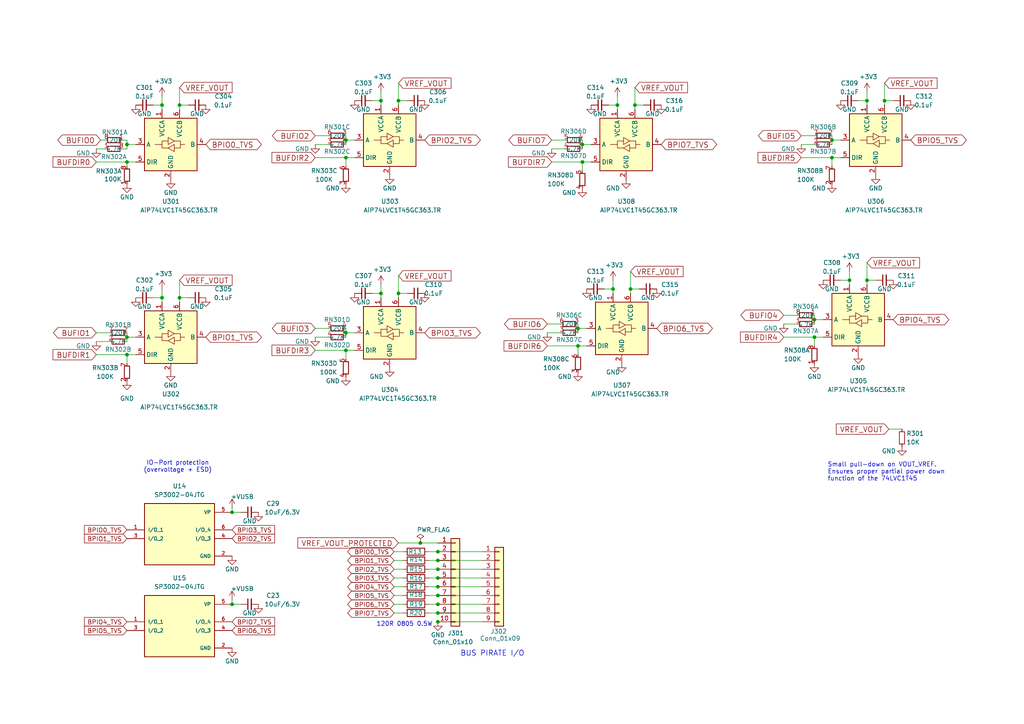
<source format=kicad_sch>
(kicad_sch (version 20250114) (generator "eeschema") (generator_version "9.0")
  (paper "A4")
  (text "120R 0805 0.5W" (at 117.348 181.102 0) (effects (font (size 1.27 1.27))))
  (text "Small pull-down on VOUT_VREF.\nEnsures proper partial power down \nfunction of the 74LVC1T45" (at 240.03 139.7 0) (effects (font (size 1.27 1.27)) (justify left bottom)))
  (text "BUS PIRATE I/O" (at 152.146 190.5 0) (effects (font (size 1.524 1.524)) (justify right bottom)))
  (text "IO-Port protection\n(overvoltage + ESD)" (at 51.562 135.382 0) (effects (font (size 1.27 1.27))))
  (junction (at 167.64 100.33))
  (junction (at 251.46 81.28))
  (junction (at 100.33 40.64))
  (junction (at 67.31 175.26))
  (junction (at 52.07 30.48))
  (junction (at 115.57 29.21))
  (junction (at 36.83 41.91))
  (junction (at 127 167.64))
  (junction (at 52.07 86.36))
  (junction (at 115.57 85.09))
  (junction (at 246.38 81.28))
  (junction (at 127 172.72))
  (junction (at 46.99 30.48))
  (junction (at 127 177.8))
  (junction (at 36.83 46.99))
  (junction (at 127 160.02))
  (junction (at 100.33 96.52))
  (junction (at 127 162.56))
  (junction (at 168.91 41.91))
  (junction (at 241.3 40.64))
  (junction (at 127 180.34))
  (junction (at 36.83 102.87))
  (junction (at 236.22 97.79))
  (junction (at 179.07 30.48))
  (junction (at 182.88 83.82))
  (junction (at 127 170.18))
  (junction (at 168.91 46.99))
  (junction (at 36.83 97.79))
  (junction (at 110.49 85.09))
  (junction (at 241.3 45.72))
  (junction (at 167.64 95.25))
  (junction (at 110.49 29.21))
  (junction (at 184.15 30.48))
  (junction (at 67.31 148.59))
  (junction (at 121.92 157.48))
  (junction (at 236.22 92.71))
  (junction (at 256.54 29.21))
  (junction (at 100.33 101.6))
  (junction (at 46.99 86.36))
  (junction (at 177.8 83.82))
  (junction (at 251.46 29.21))
  (junction (at 127 175.26))
  (junction (at 127 165.1))
  (junction (at 100.33 45.72))
  (wire (pts (xy 236.22 41.91) (xy 232.41 41.91)))
  (wire (pts (xy 110.49 30.48) (xy 110.49 29.21)))
  (wire (pts (xy 259.08 29.21) (xy 256.54 29.21)))
  (wire (pts (xy 127 177.8) (xy 139.7 177.8)))
  (wire (pts (xy 39.37 97.79) (xy 36.83 97.79)))
  (wire (pts (xy 114.3 177.8) (xy 116.84 177.8)))
  (wire (pts (xy 52.07 81.28) (xy 52.07 86.36)))
  (wire (pts (xy 139.7 160.02) (xy 127 160.02)))
  (wire (pts (xy 36.83 102.87) (xy 27.94 102.87)))
  (wire (pts (xy 241.3 45.72) (xy 241.3 48.26)))
  (wire (pts (xy 176.53 30.48) (xy 179.07 30.48)))
  (wire (pts (xy 36.83 99.06) (xy 36.83 97.79)))
  (wire (pts (xy 170.18 100.33) (xy 167.64 100.33)))
  (wire (pts (xy 236.22 92.71) (xy 236.22 91.44)))
  (wire (pts (xy 163.83 40.64) (xy 160.02 40.64)))
  (wire (pts (xy 124.46 170.18) (xy 127 170.18)))
  (wire (pts (xy 162.56 96.52) (xy 158.75 96.52)))
  (wire (pts (xy 100.33 45.72) (xy 100.33 48.26)))
  (wire (pts (xy 100.33 45.72) (xy 91.44 45.72)))
  (wire (pts (xy 238.76 97.79) (xy 236.22 97.79)))
  (wire (pts (xy 127 172.72) (xy 139.7 172.72)))
  (wire (pts (xy 69.85 175.26) (xy 67.31 175.26)))
  (wire (pts (xy 52.07 31.75) (xy 52.07 30.48)))
  (wire (pts (xy 243.84 81.28) (xy 246.38 81.28)))
  (wire (pts (xy 168.91 46.99) (xy 168.91 49.53)))
  (wire (pts (xy 110.49 29.21) (xy 110.49 26.67)))
  (wire (pts (xy 167.64 100.33) (xy 167.64 102.87)))
  (wire (pts (xy 54.61 30.48) (xy 52.07 30.48)))
  (wire (pts (xy 177.8 83.82) (xy 177.8 81.28)))
  (wire (pts (xy 46.99 31.75) (xy 46.99 30.48)))
  (wire (pts (xy 95.25 95.25) (xy 91.44 95.25)))
  (wire (pts (xy 36.83 97.79) (xy 36.83 96.52)))
  (wire (pts (xy 241.3 41.91) (xy 241.3 40.64)))
  (wire (pts (xy 168.91 46.99) (xy 160.02 46.99)))
  (wire (pts (xy 236.22 39.37) (xy 232.41 39.37)))
  (wire (pts (xy 118.11 85.09) (xy 115.57 85.09)))
  (wire (pts (xy 236.22 93.98) (xy 236.22 92.71)))
  (wire (pts (xy 171.45 46.99) (xy 168.91 46.99)))
  (wire (pts (xy 170.18 95.25) (xy 167.64 95.25)))
  (wire (pts (xy 124.46 167.64) (xy 127 167.64)))
  (wire (pts (xy 36.83 48.26) (xy 36.83 46.99)))
  (wire (pts (xy 114.3 175.26) (xy 116.84 175.26)))
  (wire (pts (xy 115.57 86.36) (xy 115.57 85.09)))
  (wire (pts (xy 175.26 83.82) (xy 177.8 83.82)))
  (wire (pts (xy 114.3 172.72) (xy 116.84 172.72)))
  (wire (pts (xy 114.3 170.18) (xy 116.84 170.18)))
  (wire (pts (xy 231.14 91.44) (xy 227.33 91.44)))
  (wire (pts (xy 67.31 147.32) (xy 67.31 148.59)))
  (wire (pts (xy 54.61 86.36) (xy 52.07 86.36)))
  (wire (pts (xy 115.57 30.48) (xy 115.57 29.21)))
  (wire (pts (xy 246.38 81.28) (xy 246.38 78.74)))
  (wire (pts (xy 115.57 80.01) (xy 115.57 85.09)))
  (wire (pts (xy 124.46 177.8) (xy 127 177.8)))
  (wire (pts (xy 179.07 30.48) (xy 179.07 27.94)))
  (wire (pts (xy 44.45 30.48) (xy 46.99 30.48)))
  (wire (pts (xy 162.56 93.98) (xy 158.75 93.98)))
  (wire (pts (xy 36.83 43.18) (xy 35.56 43.18)))
  (wire (pts (xy 243.84 40.64) (xy 241.3 40.64)))
  (wire (pts (xy 124.46 172.72) (xy 127 172.72)))
  (wire (pts (xy 100.33 101.6) (xy 91.44 101.6)))
  (wire (pts (xy 31.75 96.52) (xy 27.94 96.52)))
  (wire (pts (xy 243.84 45.72) (xy 241.3 45.72)))
  (wire (pts (xy 257.81 124.46) (xy 261.62 124.46)))
  (wire (pts (xy 102.87 40.64) (xy 100.33 40.64)))
  (wire (pts (xy 46.99 87.63) (xy 46.99 86.36)))
  (wire (pts (xy 39.37 102.87) (xy 36.83 102.87)))
  (wire (pts (xy 177.8 85.09) (xy 177.8 83.82)))
  (wire (pts (xy 118.11 29.21) (xy 115.57 29.21)))
  (wire (pts (xy 67.31 173.99) (xy 67.31 175.26)))
  (wire (pts (xy 95.25 39.37) (xy 91.44 39.37)))
  (wire (pts (xy 110.49 86.36) (xy 110.49 85.09)))
  (wire (pts (xy 171.45 41.91) (xy 168.91 41.91)))
  (wire (pts (xy 179.07 31.75) (xy 179.07 30.48)))
  (wire (pts (xy 115.57 24.13) (xy 115.57 29.21)))
  (wire (pts (xy 115.57 157.48) (xy 121.92 157.48)))
  (wire (pts (xy 231.14 93.98) (xy 227.33 93.98)))
  (wire (pts (xy 27.94 46.99) (xy 36.83 46.99)))
  (wire (pts (xy 30.48 40.64) (xy 29.21 40.64)))
  (wire (pts (xy 95.25 97.79) (xy 91.44 97.79)))
  (wire (pts (xy 114.3 167.64) (xy 116.84 167.64)))
  (wire (pts (xy 127 180.34) (xy 139.7 180.34)))
  (wire (pts (xy 168.91 41.91) (xy 168.91 40.64)))
  (wire (pts (xy 241.3 45.72) (xy 232.41 45.72)))
  (wire (pts (xy 124.46 160.02) (xy 127 160.02)))
  (wire (pts (xy 251.46 30.48) (xy 251.46 29.21)))
  (wire (pts (xy 114.3 162.56) (xy 116.84 162.56)))
  (wire (pts (xy 107.95 85.09) (xy 110.49 85.09)))
  (wire (pts (xy 100.33 41.91) (xy 100.33 40.64)))
  (wire (pts (xy 36.83 40.64) (xy 35.56 40.64)))
  (wire (pts (xy 102.87 45.72) (xy 100.33 45.72)))
  (wire (pts (xy 163.83 43.18) (xy 160.02 43.18)))
  (wire (pts (xy 127 167.64) (xy 139.7 167.64)))
  (wire (pts (xy 27.94 43.18) (xy 30.48 43.18)))
  (wire (pts (xy 100.33 40.64) (xy 100.33 39.37)))
  (wire (pts (xy 238.76 92.71) (xy 236.22 92.71)))
  (wire (pts (xy 254 81.28) (xy 251.46 81.28)))
  (wire (pts (xy 251.46 29.21) (xy 251.46 26.67)))
  (wire (pts (xy 114.3 165.1) (xy 116.84 165.1)))
  (wire (pts (xy 127 165.1) (xy 139.7 165.1)))
  (wire (pts (xy 124.46 165.1) (xy 127 165.1)))
  (wire (pts (xy 100.33 96.52) (xy 100.33 95.25)))
  (wire (pts (xy 31.75 99.06) (xy 27.94 99.06)))
  (wire (pts (xy 167.64 96.52) (xy 167.64 95.25)))
  (wire (pts (xy 168.91 43.18) (xy 168.91 41.91)))
  (wire (pts (xy 52.07 87.63) (xy 52.07 86.36)))
  (wire (pts (xy 256.54 24.13) (xy 256.54 29.21)))
  (wire (pts (xy 182.88 78.74) (xy 182.88 83.82)))
  (wire (pts (xy 185.42 83.82) (xy 182.88 83.82)))
  (wire (pts (xy 52.07 25.4) (xy 52.07 30.48)))
  (wire (pts (xy 167.64 100.33) (xy 158.75 100.33)))
  (wire (pts (xy 46.99 86.36) (xy 46.99 83.82)))
  (wire (pts (xy 36.83 102.87) (xy 36.83 105.41)))
  (wire (pts (xy 246.38 82.55) (xy 246.38 81.28)))
  (wire (pts (xy 236.22 97.79) (xy 227.33 97.79)))
  (wire (pts (xy 36.83 43.18) (xy 36.83 41.91)))
  (wire (pts (xy 236.22 97.79) (xy 236.22 100.33)))
  (wire (pts (xy 46.99 30.48) (xy 46.99 27.94)))
  (wire (pts (xy 124.46 162.56) (xy 127 162.56)))
  (wire (pts (xy 100.33 101.6) (xy 100.33 104.14)))
  (wire (pts (xy 251.46 76.2) (xy 251.46 81.28)))
  (wire (pts (xy 95.25 41.91) (xy 91.44 41.91)))
  (wire (pts (xy 102.87 96.52) (xy 100.33 96.52)))
  (wire (pts (xy 241.3 40.64) (xy 241.3 39.37)))
  (wire (pts (xy 36.83 41.91) (xy 36.83 40.64)))
  (wire (pts (xy 121.92 157.48) (xy 127 157.48)))
  (wire (pts (xy 44.45 86.36) (xy 46.99 86.36)))
  (wire (pts (xy 100.33 97.79) (xy 100.33 96.52)))
  (wire (pts (xy 114.3 160.02) (xy 116.84 160.02)))
  (wire (pts (xy 167.64 95.25) (xy 167.64 93.98)))
  (wire (pts (xy 127 170.18) (xy 139.7 170.18)))
  (wire (pts (xy 186.69 30.48) (xy 184.15 30.48)))
  (wire (pts (xy 184.15 25.4) (xy 184.15 30.48)))
  (wire (pts (xy 124.46 175.26) (xy 127 175.26)))
  (wire (pts (xy 127 175.26) (xy 139.7 175.26)))
  (wire (pts (xy 127 162.56) (xy 139.7 162.56)))
  (wire (pts (xy 107.95 29.21) (xy 110.49 29.21)))
  (wire (pts (xy 248.92 29.21) (xy 251.46 29.21)))
  (wire (pts (xy 69.85 148.59) (xy 67.31 148.59)))
  (wire (pts (xy 184.15 31.75) (xy 184.15 30.48)))
  (wire (pts (xy 102.87 101.6) (xy 100.33 101.6)))
  (wire (pts (xy 256.54 30.48) (xy 256.54 29.21)))
  (wire (pts (xy 36.83 46.99) (xy 39.37 46.99)))
  (wire (pts (xy 182.88 85.09) (xy 182.88 83.82)))
  (wire (pts (xy 39.37 41.91) (xy 36.83 41.91)))
  (wire (pts (xy 251.46 82.55) (xy 251.46 81.28)))
  (wire (pts (xy 110.49 85.09) (xy 110.49 82.55)))
  (global_label "BPIO2_TVS" (shape bidirectional) (at 123.19 40.64 0) (effects (font (size 1.524 1.524))) (property "Intersheetrefs" "${INTERSHEET_REFS}" (effects (hide yes))))
  (global_label "BPIO0_TVS" (shape bidirectional) (at 59.69 41.91 0) (effects (font (size 1.524 1.524))) (property "Intersheetrefs" "${INTERSHEET_REFS}" (effects (hide yes))))
  (global_label "BPIO7_TVS" (shape bidirectional) (at 191.77 41.91 0) (effects (font (size 1.524 1.524))) (property "Intersheetrefs" "${INTERSHEET_REFS}" (effects (hide yes))))
  (global_label "BUFDIR0" (shape input) (at 27.94 46.99 180) (effects (font (size 1.524 1.524))) (property "Intersheetrefs" "${INTERSHEET_REFS}" (effects (hide yes))))
  (global_label "BUFIO5" (shape bidirectional) (at 232.41 39.37 180) (effects (font (size 1.524 1.524))) (property "Intersheetrefs" "${INTERSHEET_REFS}" (effects (hide yes))))
  (global_label "BUFIO3" (shape bidirectional) (at 91.44 95.25 180) (effects (font (size 1.524 1.524))) (property "Intersheetrefs" "${INTERSHEET_REFS}" (effects (hide yes))))
  (global_label "VREF_VOUT_PROTECTED" (shape input) (at 115.57 157.48 180) (effects (font (size 1.524 1.524))) (property "Intersheetrefs" "${INTERSHEET_REFS}" (effects (hide yes))))
  (global_label "BUFDIR4" (shape input) (at 227.33 97.79 180) (effects (font (size 1.524 1.524))) (property "Intersheetrefs" "${INTERSHEET_REFS}" (effects (hide yes))))
  (global_label "BUFIO0" (shape bidirectional) (at 29.21 40.64 180) (effects (font (size 1.524 1.524))) (property "Intersheetrefs" "${INTERSHEET_REFS}" (effects (hide yes))))
  (global_label "BPIO7_TVS" (shape input) (at 67.31 180.34 0) (property "Intersheetrefs" "${INTERSHEET_REFS}" (effects (hide yes))))
  (global_label "VREF_VOUT" (shape input) (at 115.57 80.01 0) (effects (font (size 1.524 1.524))) (property "Intersheetrefs" "${INTERSHEET_REFS}" (effects (hide yes))))
  (global_label "BPIO3_TVS" (shape input) (at 67.31 153.67 0) (property "Intersheetrefs" "${INTERSHEET_REFS}" (effects (hide yes))))
  (global_label "BUFIO2" (shape bidirectional) (at 91.44 39.37 180) (effects (font (size 1.524 1.524))) (property "Intersheetrefs" "${INTERSHEET_REFS}" (effects (hide yes))))
  (global_label "BUFDIR3" (shape input) (at 91.44 101.6 180) (effects (font (size 1.524 1.524))) (property "Intersheetrefs" "${INTERSHEET_REFS}" (effects (hide yes))))
  (global_label "BPIO5_TVS" (shape input) (at 36.83 182.88 180) (property "Intersheetrefs" "${INTERSHEET_REFS}" (effects (hide yes))))
  (global_label "BUFIO4" (shape bidirectional) (at 227.33 91.44 180) (effects (font (size 1.524 1.524))) (property "Intersheetrefs" "${INTERSHEET_REFS}" (effects (hide yes))))
  (global_label "BPIO5_TVS" (shape bidirectional) (at 264.16 40.64 0) (effects (font (size 1.524 1.524))) (property "Intersheetrefs" "${INTERSHEET_REFS}" (effects (hide yes))))
  (global_label "BUFDIR2" (shape input) (at 91.44 45.72 180) (effects (font (size 1.524 1.524))) (property "Intersheetrefs" "${INTERSHEET_REFS}" (effects (hide yes))))
  (global_label "BPIO6_TVS" (shape input) (at 67.31 182.88 0) (property "Intersheetrefs" "${INTERSHEET_REFS}" (effects (hide yes))))
  (global_label "BPIO1_TVS" (shape bidirectional) (at 59.69 97.79 0) (effects (font (size 1.524 1.524))) (property "Intersheetrefs" "${INTERSHEET_REFS}" (effects (hide yes))))
  (global_label "BPIO1_TVS" (shape bidirectional) (at 114.3 162.56 180) (property "Intersheetrefs" "${INTERSHEET_REFS}" (effects (hide yes))))
  (global_label "VREF_VOUT" (shape input) (at 52.07 25.4 0) (effects (font (size 1.524 1.524))) (property "Intersheetrefs" "${INTERSHEET_REFS}" (effects (hide yes))))
  (global_label "BPIO4_TVS" (shape input) (at 36.83 180.34 180) (property "Intersheetrefs" "${INTERSHEET_REFS}" (effects (hide yes))))
  (global_label "VREF_VOUT" (shape input) (at 115.57 24.13 0) (effects (font (size 1.524 1.524))) (property "Intersheetrefs" "${INTERSHEET_REFS}" (effects (hide yes))))
  (global_label "BPIO4_TVS" (shape bidirectional) (at 114.3 170.18 180) (property "Intersheetrefs" "${INTERSHEET_REFS}" (effects (hide yes))))
  (global_label "BPIO4_TVS" (shape bidirectional) (at 259.08 92.71 0) (effects (font (size 1.524 1.524))) (property "Intersheetrefs" "${INTERSHEET_REFS}" (effects (hide yes))))
  (global_label "VREF_VOUT" (shape input) (at 257.81 124.46 180) (effects (font (size 1.524 1.524))) (property "Intersheetrefs" "${INTERSHEET_REFS}" (effects (hide yes))))
  (global_label "BPIO6_TVS" (shape bidirectional) (at 114.3 175.26 180) (property "Intersheetrefs" "${INTERSHEET_REFS}" (effects (hide yes))))
  (global_label "VREF_VOUT" (shape input) (at 184.15 25.4 0) (effects (font (size 1.524 1.524))) (property "Intersheetrefs" "${INTERSHEET_REFS}" (effects (hide yes))))
  (global_label "BPIO1_TVS" (shape input) (at 36.83 156.21 180) (property "Intersheetrefs" "${INTERSHEET_REFS}" (effects (hide yes))))
  (global_label "VREF_VOUT" (shape input) (at 182.88 78.74 0) (effects (font (size 1.524 1.524))) (property "Intersheetrefs" "${INTERSHEET_REFS}" (effects (hide yes))))
  (global_label "BPIO6_TVS" (shape bidirectional) (at 190.5 95.25 0) (effects (font (size 1.524 1.524))) (property "Intersheetrefs" "${INTERSHEET_REFS}" (effects (hide yes))))
  (global_label "BPIO3_TVS" (shape bidirectional) (at 123.19 96.52 0) (effects (font (size 1.524 1.524))) (property "Intersheetrefs" "${INTERSHEET_REFS}" (effects (hide yes))))
  (global_label "BUFIO1" (shape bidirectional) (at 27.94 96.52 180) (effects (font (size 1.524 1.524))) (property "Intersheetrefs" "${INTERSHEET_REFS}" (effects (hide yes))))
  (global_label "BUFDIR5" (shape input) (at 232.41 45.72 180) (effects (font (size 1.524 1.524))) (property "Intersheetrefs" "${INTERSHEET_REFS}" (effects (hide yes))))
  (global_label "VREF_VOUT" (shape input) (at 256.54 24.13 0) (effects (font (size 1.524 1.524))) (property "Intersheetrefs" "${INTERSHEET_REFS}" (effects (hide yes))))
  (global_label "BUFIO7" (shape bidirectional) (at 160.02 40.64 180) (effects (font (size 1.524 1.524))) (property "Intersheetrefs" "${INTERSHEET_REFS}" (effects (hide yes))))
  (global_label "VREF_VOUT" (shape input) (at 52.07 81.28 0) (effects (font (size 1.524 1.524))) (property "Intersheetrefs" "${INTERSHEET_REFS}" (effects (hide yes))))
  (global_label "BPIO3_TVS" (shape bidirectional) (at 114.3 167.64 180) (property "Intersheetrefs" "${INTERSHEET_REFS}" (effects (hide yes))))
  (global_label "BUFDIR1" (shape input) (at 27.94 102.87 180) (effects (font (size 1.524 1.524))) (property "Intersheetrefs" "${INTERSHEET_REFS}" (effects (hide yes))))
  (global_label "BUFDIR6" (shape input) (at 158.75 100.33 180) (effects (font (size 1.524 1.524))) (property "Intersheetrefs" "${INTERSHEET_REFS}" (effects (hide yes))))
  (global_label "VREF_VOUT" (shape input) (at 251.46 76.2 0) (effects (font (size 1.524 1.524))) (property "Intersheetrefs" "${INTERSHEET_REFS}" (effects (hide yes))))
  (global_label "BPIO7_TVS" (shape bidirectional) (at 114.3 177.8 180) (property "Intersheetrefs" "${INTERSHEET_REFS}" (effects (hide yes))))
  (global_label "BPIO2_TVS" (shape input) (at 67.31 156.21 0) (property "Intersheetrefs" "${INTERSHEET_REFS}" (effects (hide yes))))
  (global_label "BUFIO6" (shape bidirectional) (at 158.75 93.98 180) (effects (font (size 1.524 1.524))) (property "Intersheetrefs" "${INTERSHEET_REFS}" (effects (hide yes))))
  (global_label "BPIO0_TVS" (shape bidirectional) (at 114.3 160.02 180) (property "Intersheetrefs" "${INTERSHEET_REFS}" (effects (hide yes))))
  (global_label "BPIO2_TVS" (shape bidirectional) (at 114.3 165.1 180) (property "Intersheetrefs" "${INTERSHEET_REFS}" (effects (hide yes))))
  (global_label "BPIO5_TVS" (shape bidirectional) (at 114.3 172.72 180) (property "Intersheetrefs" "${INTERSHEET_REFS}" (effects (hide yes))))
  (global_label "BPIO0_TVS" (shape input) (at 36.83 153.67 180) (property "Intersheetrefs" "${INTERSHEET_REFS}" (effects (hide yes))))
  (global_label "BUFDIR7" (shape input) (at 160.02 46.99 180) (effects (font (size 1.524 1.524))) (property "Intersheetrefs" "${INTERSHEET_REFS}" (effects (hide yes))))
  (symbol (lib_id "power:+3V3") (at 46.99 27.94 0) (unit 1)
    (property "Reference" "#PWR0310" (effects (hide yes)))
    (property "Value" "+3V3" (at 47.371 23.5458 0))
  )
  (symbol (lib_id "Device:C_Small") (at 57.15 30.48 90) (unit 1)
    (property "Reference" "C304" (at 64.77 27.94 90))
    (property "Value" "0.1uF" (at 64.77 30.48 90))
    (property "Footprint" "Capacitor_SMD:C_0402_1005Metric" (effects (hide yes)))
    (property "RMB" "0.00628" (effects (hide yes)))
    (property "Supplier" "https://item.szlcsc.com/1877.html" (effects (hide yes)))
    (property "szlcsc_partnumber" "C1525" (effects (hide yes)))
    (property "szlcsc_url" "https://item.szlcsc.com/1877.html?fromZone=s_s__%25220.1uF%25200402%2522&spm=sc.gb.xh2.zy.n&lcsc_vid=RlENUlJWE1QKBlBWRAVaUFNTT1leBQZXRFNcVAVQQVAxVlNSRFRfXlBUQ1ZeVzsOAxUeFF5JWAgaAglIBBsCBBcFWQIBCks%3D" (effects (hide yes)))
  )
  (symbol (lib_id "power:GND") (at 39.37 30.48 0) (unit 1)
    (property "Reference" "#PWR0307" (effects (hide yes)))
    (property "Value" "GND" (at 41.91 33.02 0))
  )
  (symbol (lib_id "power:GND") (at 59.69 30.48 0) (unit 1)
    (property "Reference" "#PWR0316" (effects (hide yes)))
    (property "Value" "GND" (at 57.15 33.02 0))
  )
  (symbol (lib_id "power:GND") (at 49.53 52.07 0) (unit 1)
    (property "Reference" "#PWR0313" (effects (hide yes)))
    (property "Value" "GND" (at 49.53 55.88 0))
  )
  (symbol (lib_id "power:GND") (at 27.94 43.18 0) (unit 1)
    (property "Reference" "#PWR0301" (effects (hide yes)))
    (property "Value" "GND" (at 24.13 44.45 0))
  )
  (symbol (lib_id "power:GND") (at 36.83 53.34 0) (unit 1)
    (property "Reference" "#PWR0304" (effects (hide yes)))
    (property "Value" "GND" (at 36.83 57.15 0))
  )
  (symbol (lib_id "Device:C_Small") (at 41.91 86.36 90) (unit 1)
    (property "Reference" "C302" (at 41.91 81.28 90))
    (property "Value" "0.1uF" (at 41.91 83.82 90))
    (property "Footprint" "Capacitor_SMD:C_0402_1005Metric" (effects (hide yes)))
    (property "RMB" "0.00628" (effects (hide yes)))
    (property "Supplier" "https://item.szlcsc.com/1877.html" (effects (hide yes)))
    (property "szlcsc_partnumber" "C1525" (effects (hide yes)))
    (property "szlcsc_url" "https://item.szlcsc.com/1877.html?fromZone=s_s__%25220.1uF%25200402%2522&spm=sc.gb.xh2.zy.n&lcsc_vid=RlENUlJWE1QKBlBWRAVaUFNTT1leBQZXRFNcVAVQQVAxVlNSRFRfXlBUQ1ZeVzsOAxUeFF5JWAgaAglIBBsCBBcFWQIBCks%3D" (effects (hide yes)))
  )
  (symbol (lib_id "Logic_LevelTranslator:SN74LVC1T45DCK") (at 49.53 97.79 0) (unit 1)
    (property "Reference" "U302" (at 46.99 114.3 0) (effects (justify left)))
    (property "Value" "AiP74LVC1T45GC363.TR" (at 40.64 118.11 0) (effects (justify left)))
    (property "Footprint" "Package_TO_SOT_SMD:SOT-363_SC-70-6" (effects (hide yes)))
    (property "Datasheet" "http://www.ti.com/lit/ds/symlink/sn74lvc1t45.pdf" (effects (hide yes)))
    (property "RMB" "1.33" (effects (hide yes)))
    (property "Supplier" "https://item.szlcsc.com/9911.html" (effects (hide yes)))
    (property "szlcsc_partnumber" "C5162250" (effects (hide yes)))
    (property "szlcsc_url" "https://item.szlcsc.com/5810901.html?fromZone=s_s__%2522AiP74LVC1T45GC363.TR%2522&spm=sc.gb.xh1.zy.n___sc.gb.hd.ss&lcsc_vid=RlENUlJWE1QKBlBWRAVaUFNTT1leBQZXRFNcVAVQQVAxVlNSRFRcV1ZTQFNZVDsOAxUeFF5JWAgaAglIBBsCBBcFWQIBCks%3D" (effects (hide yes)))
  )
  (symbol (lib_id "power:+3V3") (at 46.99 83.82 0) (unit 1)
    (property "Reference" "#PWR0311" (effects (hide yes)))
    (property "Value" "+3V3" (at 47.371 79.4258 0))
  )
  (symbol (lib_id "Device:C_Small") (at 57.15 86.36 90) (unit 1)
    (property "Reference" "C305" (at 64.77 83.82 90))
    (property "Value" "0.1uF" (at 64.77 86.36 90))
    (property "Footprint" "Capacitor_SMD:C_0402_1005Metric" (effects (hide yes)))
    (property "RMB" "0.00628" (effects (hide yes)))
    (property "Supplier" "https://item.szlcsc.com/1877.html" (effects (hide yes)))
    (property "szlcsc_partnumber" "C1525" (effects (hide yes)))
    (property "szlcsc_url" "https://item.szlcsc.com/1877.html?fromZone=s_s__%25220.1uF%25200402%2522&spm=sc.gb.xh2.zy.n&lcsc_vid=RlENUlJWE1QKBlBWRAVaUFNTT1leBQZXRFNcVAVQQVAxVlNSRFRfXlBUQ1ZeVzsOAxUeFF5JWAgaAglIBBsCBBcFWQIBCks%3D" (effects (hide yes)))
  )
  (symbol (lib_id "power:GND") (at 39.37 86.36 0) (unit 1)
    (property "Reference" "#PWR0308" (effects (hide yes)))
    (property "Value" "GND" (at 41.91 88.9 0))
  )
  (symbol (lib_id "power:GND") (at 59.69 86.36 0) (unit 1)
    (property "Reference" "#PWR0318" (effects (hide yes)))
    (property "Value" "GND" (at 57.15 88.9 0))
  )
  (symbol (lib_id "power:GND") (at 49.53 107.95 0) (unit 1)
    (property "Reference" "#PWR0314" (effects (hide yes)))
    (property "Value" "GND" (at 49.53 111.76 0))
  )
  (symbol (lib_id "power:GND") (at 27.94 99.06 0) (unit 1)
    (property "Reference" "#PWR0302" (effects (hide yes)))
    (property "Value" "GND" (at 24.13 100.33 0))
  )
  (symbol (lib_id "power:GND") (at 36.83 110.49 0) (unit 1)
    (property "Reference" "#PWR0305" (effects (hide yes)))
    (property "Value" "GND" (at 36.83 115.57 0))
  )
  (symbol (lib_id "Device:C_Small") (at 105.41 29.21 90) (unit 1)
    (property "Reference" "C303" (at 105.41 24.13 90))
    (property "Value" "0.1uF" (at 105.41 26.67 90))
    (property "Footprint" "Capacitor_SMD:C_0402_1005Metric" (effects (hide yes)))
    (property "RMB" "0.00628" (effects (hide yes)))
    (property "Supplier" "https://item.szlcsc.com/1877.html" (effects (hide yes)))
    (property "szlcsc_partnumber" "C1525" (effects (hide yes)))
    (property "szlcsc_url" "https://item.szlcsc.com/1877.html?fromZone=s_s__%25220.1uF%25200402%2522&spm=sc.gb.xh2.zy.n&lcsc_vid=RlENUlJWE1QKBlBWRAVaUFNTT1leBQZXRFNcVAVQQVAxVlNSRFRfXlBUQ1ZeVzsOAxUeFF5JWAgaAglIBBsCBBcFWQIBCks%3D" (effects (hide yes)))
  )
  (symbol (lib_id "Logic_LevelTranslator:SN74LVC1T45DCK") (at 113.03 40.64 0) (unit 1)
    (property "Reference" "U303" (at 110.49 58.42 0) (effects (justify left)))
    (property "Value" "AiP74LVC1T45GC363.TR" (at 105.41 60.96 0) (effects (justify left)))
    (property "Footprint" "Package_TO_SOT_SMD:SOT-363_SC-70-6" (effects (hide yes)))
    (property "Datasheet" "http://www.ti.com/lit/ds/symlink/sn74lvc1t45.pdf" (effects (hide yes)))
    (property "RMB" "1.33" (effects (hide yes)))
    (property "Supplier" "https://item.szlcsc.com/9911.html" (effects (hide yes)))
    (property "szlcsc_partnumber" "C5162250" (effects (hide yes)))
    (property "szlcsc_url" "https://item.szlcsc.com/5810901.html?fromZone=s_s__%2522AiP74LVC1T45GC363.TR%2522&spm=sc.gb.xh1.zy.n___sc.gb.hd.ss&lcsc_vid=RlENUlJWE1QKBlBWRAVaUFNTT1leBQZXRFNcVAVQQVAxVlNSRFRcV1ZTQFNZVDsOAxUeFF5JWAgaAglIBBsCBBcFWQIBCks%3D" (effects (hide yes)))
  )
  (symbol (lib_id "power:+3V3") (at 110.49 26.67 0) (unit 1)
    (property "Reference" "#PWR0312" (effects (hide yes)))
    (property "Value" "+3V3" (at 110.871 22.2758 0))
  )
  (symbol (lib_id "Device:C_Small") (at 120.65 29.21 90) (unit 1)
    (property "Reference" "C306" (at 127 26.67 90))
    (property "Value" "0.1uF" (at 127 29.21 90))
    (property "Footprint" "Capacitor_SMD:C_0402_1005Metric" (effects (hide yes)))
    (property "RMB" "0.00628" (effects (hide yes)))
    (property "Supplier" "https://item.szlcsc.com/1877.html" (effects (hide yes)))
    (property "szlcsc_partnumber" "C1525" (effects (hide yes)))
    (property "szlcsc_url" "https://item.szlcsc.com/1877.html?fromZone=s_s__%25220.1uF%25200402%2522&spm=sc.gb.xh2.zy.n&lcsc_vid=RlENUlJWE1QKBlBWRAVaUFNTT1leBQZXRFNcVAVQQVAxVlNSRFRfXlBUQ1ZeVzsOAxUeFF5JWAgaAglIBBsCBBcFWQIBCks%3D" (effects (hide yes)))
  )
  (symbol (lib_id "power:GND") (at 102.87 29.21 0) (unit 1)
    (property "Reference" "#PWR0309" (effects (hide yes)))
    (property "Value" "GND" (at 105.41 31.75 0))
  )
  (symbol (lib_id "power:GND") (at 123.19 29.21 0) (unit 1)
    (property "Reference" "#PWR0320" (effects (hide yes)))
    (property "Value" "GND" (at 120.65 31.75 0))
  )
  (symbol (lib_id "power:GND") (at 113.03 50.8 0) (unit 1)
    (property "Reference" "#PWR0315" (effects (hide yes)))
    (property "Value" "GND" (at 113.03 54.61 0))
  )
  (symbol (lib_id "power:GND") (at 91.44 41.91 0) (unit 1)
    (property "Reference" "#PWR0303" (effects (hide yes)))
    (property "Value" "GND" (at 87.63 43.18 0))
  )
  (symbol (lib_id "power:GND") (at 100.33 53.34 0) (unit 1)
    (property "Reference" "#PWR0306" (effects (hide yes)))
    (property "Value" "GND" (at 96.52 54.61 0))
  )
  (symbol (lib_id "Device:C_Small") (at 105.41 85.09 90) (unit 1)
    (property "Reference" "C307" (at 105.41 80.01 90))
    (property "Value" "0.1uF" (at 105.41 82.55 90))
    (property "Footprint" "Capacitor_SMD:C_0402_1005Metric" (effects (hide yes)))
    (property "RMB" "0.00628" (effects (hide yes)))
    (property "Supplier" "https://item.szlcsc.com/1877.html" (effects (hide yes)))
    (property "szlcsc_partnumber" "C1525" (effects (hide yes)))
    (property "szlcsc_url" "https://item.szlcsc.com/1877.html?fromZone=s_s__%25220.1uF%25200402%2522&spm=sc.gb.xh2.zy.n&lcsc_vid=RlENUlJWE1QKBlBWRAVaUFNTT1leBQZXRFNcVAVQQVAxVlNSRFRfXlBUQ1ZeVzsOAxUeFF5JWAgaAglIBBsCBBcFWQIBCks%3D" (effects (hide yes)))
  )
  (symbol (lib_id "Logic_LevelTranslator:SN74LVC1T45DCK") (at 113.03 96.52 0) (unit 1)
    (property "Reference" "U304" (at 110.49 113.03 0) (effects (justify left)))
    (property "Value" "AiP74LVC1T45GC363.TR" (at 104.14 115.57 0) (effects (justify left)))
    (property "Footprint" "Package_TO_SOT_SMD:SOT-363_SC-70-6" (effects (hide yes)))
    (property "Datasheet" "http://www.ti.com/lit/ds/symlink/sn74lvc1t45.pdf" (effects (hide yes)))
    (property "RMB" "1.33" (effects (hide yes)))
    (property "Supplier" "https://item.szlcsc.com/9911.html" (effects (hide yes)))
    (property "szlcsc_partnumber" "C5162250" (effects (hide yes)))
    (property "szlcsc_url" "https://item.szlcsc.com/5810901.html?fromZone=s_s__%2522AiP74LVC1T45GC363.TR%2522&spm=sc.gb.xh1.zy.n___sc.gb.hd.ss&lcsc_vid=RlENUlJWE1QKBlBWRAVaUFNTT1leBQZXRFNcVAVQQVAxVlNSRFRcV1ZTQFNZVDsOAxUeFF5JWAgaAglIBBsCBBcFWQIBCks%3D" (effects (hide yes)))
  )
  (symbol (lib_id "power:+3V3") (at 110.49 82.55 0) (unit 1)
    (property "Reference" "#PWR0331" (effects (hide yes)))
    (property "Value" "+3V3" (at 110.871 78.1558 0))
  )
  (symbol (lib_id "Device:C_Small") (at 120.65 85.09 90) (unit 1)
    (property "Reference" "C310" (at 125.73 82.55 90))
    (property "Value" "0.1uF" (at 125.73 85.09 90))
    (property "Footprint" "Capacitor_SMD:C_0402_1005Metric" (effects (hide yes)))
    (property "RMB" "0.00628" (effects (hide yes)))
    (property "Supplier" "https://item.szlcsc.com/1877.html" (effects (hide yes)))
    (property "szlcsc_partnumber" "C1525" (effects (hide yes)))
    (property "szlcsc_url" "https://item.szlcsc.com/1877.html?fromZone=s_s__%25220.1uF%25200402%2522&spm=sc.gb.xh2.zy.n&lcsc_vid=RlENUlJWE1QKBlBWRAVaUFNTT1leBQZXRFNcVAVQQVAxVlNSRFRfXlBUQ1ZeVzsOAxUeFF5JWAgaAglIBBsCBBcFWQIBCks%3D" (effects (hide yes)))
  )
  (symbol (lib_id "power:GND") (at 102.87 85.09 0) (unit 1)
    (property "Reference" "#PWR0327" (effects (hide yes)))
    (property "Value" "GND" (at 105.41 87.63 0))
  )
  (symbol (lib_id "power:GND") (at 123.19 85.09 0) (unit 1)
    (property "Reference" "#PWR0337" (effects (hide yes)))
    (property "Value" "GND" (at 120.65 87.63 0))
  )
  (symbol (lib_id "power:GND") (at 113.03 106.68 0) (unit 1)
    (property "Reference" "#PWR0333" (effects (hide yes)))
    (property "Value" "GND" (at 109.22 109.22 0))
  )
  (symbol (lib_id "power:GND") (at 91.44 97.79 0) (unit 1)
    (property "Reference" "#PWR0322" (effects (hide yes)))
    (property "Value" "GND" (at 87.63 99.06 0))
  )
  (symbol (lib_id "power:GND") (at 100.33 109.22 0) (unit 1)
    (property "Reference" "#PWR0325" (effects (hide yes)))
    (property "Value" "GND" (at 96.52 110.49 0))
  )
  (symbol (lib_id "Device:C_Small") (at 241.3 81.28 90) (unit 1)
    (property "Reference" "C308" (at 241.3 76.2 90))
    (property "Value" "0.1uF" (at 241.3 78.74 90))
    (property "Footprint" "Capacitor_SMD:C_0402_1005Metric" (effects (hide yes)))
    (property "RMB" "0.00628" (effects (hide yes)))
    (property "Supplier" "https://item.szlcsc.com/1877.html" (effects (hide yes)))
    (property "szlcsc_partnumber" "C1525" (effects (hide yes)))
    (property "szlcsc_url" "https://item.szlcsc.com/1877.html?fromZone=s_s__%25220.1uF%25200402%2522&spm=sc.gb.xh2.zy.n&lcsc_vid=RlENUlJWE1QKBlBWRAVaUFNTT1leBQZXRFNcVAVQQVAxVlNSRFRfXlBUQ1ZeVzsOAxUeFF5JWAgaAglIBBsCBBcFWQIBCks%3D" (effects (hide yes)))
  )
  (symbol (lib_id "Logic_LevelTranslator:SN74LVC1T45DCK") (at 248.92 92.71 0) (unit 1)
    (property "Reference" "U305" (at 246.38 110.49 0) (effects (justify left)))
    (property "Value" "AiP74LVC1T45GC363.TR" (at 240.03 113.03 0) (effects (justify left)))
    (property "Footprint" "Package_TO_SOT_SMD:SOT-363_SC-70-6" (effects (hide yes)))
    (property "Datasheet" "http://www.ti.com/lit/ds/symlink/sn74lvc1t45.pdf" (effects (hide yes)))
    (property "RMB" "1.33" (effects (hide yes)))
    (property "Supplier" "https://item.szlcsc.com/9911.html" (effects (hide yes)))
    (property "szlcsc_partnumber" "C5162250" (effects (hide yes)))
    (property "szlcsc_url" "https://item.szlcsc.com/5810901.html?fromZone=s_s__%2522AiP74LVC1T45GC363.TR%2522&spm=sc.gb.xh1.zy.n___sc.gb.hd.ss&lcsc_vid=RlENUlJWE1QKBlBWRAVaUFNTT1leBQZXRFNcVAVQQVAxVlNSRFRcV1ZTQFNZVDsOAxUeFF5JWAgaAglIBBsCBBcFWQIBCks%3D" (effects (hide yes)))
  )
  (symbol (lib_id "power:+3V3") (at 246.38 78.74 0) (unit 1)
    (property "Reference" "#PWR0332" (effects (hide yes)))
    (property "Value" "+3V3" (at 246.761 74.3458 0))
  )
  (symbol (lib_id "Device:C_Small") (at 256.54 81.28 90) (unit 1)
    (property "Reference" "C311" (at 262.89 80.01 90))
    (property "Value" "0.1uF" (at 262.89 82.55 90))
    (property "Footprint" "Capacitor_SMD:C_0402_1005Metric" (effects (hide yes)))
    (property "RMB" "0.00628" (effects (hide yes)))
    (property "Supplier" "https://item.szlcsc.com/1877.html" (effects (hide yes)))
    (property "szlcsc_partnumber" "C1525" (effects (hide yes)))
    (property "szlcsc_url" "https://item.szlcsc.com/1877.html?fromZone=s_s__%25220.1uF%25200402%2522&spm=sc.gb.xh2.zy.n&lcsc_vid=RlENUlJWE1QKBlBWRAVaUFNTT1leBQZXRFNcVAVQQVAxVlNSRFRfXlBUQ1ZeVzsOAxUeFF5JWAgaAglIBBsCBBcFWQIBCks%3D" (effects (hide yes)))
  )
  (symbol (lib_id "power:GND") (at 238.76 81.28 0) (unit 1)
    (property "Reference" "#PWR0329" (effects (hide yes)))
    (property "Value" "GND" (at 241.3 83.82 0))
  )
  (symbol (lib_id "power:GND") (at 259.08 81.28 0) (unit 1)
    (property "Reference" "#PWR0339" (effects (hide yes)))
    (property "Value" "GND" (at 256.54 83.82 0))
  )
  (symbol (lib_id "power:GND") (at 248.92 102.87 0) (unit 1)
    (property "Reference" "#PWR0335" (effects (hide yes)))
    (property "Value" "GND" (at 248.92 106.68 0))
  )
  (symbol (lib_id "power:GND") (at 227.33 93.98 0) (unit 1)
    (property "Reference" "#PWR0323" (effects (hide yes)))
    (property "Value" "GND" (at 223.52 95.25 0))
  )
  (symbol (lib_id "power:GND") (at 236.22 105.41 0) (unit 1)
    (property "Reference" "#PWR0326" (effects (hide yes)))
    (property "Value" "GND" (at 236.22 109.22 0))
  )
  (symbol (lib_id "Device:C_Small") (at 246.38 29.21 90) (unit 1)
    (property "Reference" "C309" (at 246.38 24.13 90))
    (property "Value" "0.1uF" (at 246.38 26.67 90))
    (property "Footprint" "Capacitor_SMD:C_0402_1005Metric" (effects (hide yes)))
    (property "RMB" "0.00628" (effects (hide yes)))
    (property "Supplier" "https://item.szlcsc.com/1877.html" (effects (hide yes)))
    (property "szlcsc_partnumber" "C1525" (effects (hide yes)))
    (property "szlcsc_url" "https://item.szlcsc.com/1877.html?fromZone=s_s__%25220.1uF%25200402%2522&spm=sc.gb.xh2.zy.n&lcsc_vid=RlENUlJWE1QKBlBWRAVaUFNTT1leBQZXRFNcVAVQQVAxVlNSRFRfXlBUQ1ZeVzsOAxUeFF5JWAgaAglIBBsCBBcFWQIBCks%3D" (effects (hide yes)))
  )
  (symbol (lib_id "Logic_LevelTranslator:SN74LVC1T45DCK") (at 254 40.64 0) (unit 1)
    (property "Reference" "U306" (at 251.46 58.42 0) (effects (justify left)))
    (property "Value" "AiP74LVC1T45GC363.TR" (at 245.11 60.96 0) (effects (justify left)))
    (property "Footprint" "Package_TO_SOT_SMD:SOT-363_SC-70-6" (effects (hide yes)))
    (property "Datasheet" "http://www.ti.com/lit/ds/symlink/sn74lvc1t45.pdf" (effects (hide yes)))
    (property "RMB" "1.33" (effects (hide yes)))
    (property "Supplier" "https://item.szlcsc.com/9911.html" (effects (hide yes)))
    (property "szlcsc_partnumber" "C5162250" (effects (hide yes)))
    (property "szlcsc_url" "https://item.szlcsc.com/5810901.html?fromZone=s_s__%2522AiP74LVC1T45GC363.TR%2522&spm=sc.gb.xh1.zy.n___sc.gb.hd.ss&lcsc_vid=RlENUlJWE1QKBlBWRAVaUFNTT1leBQZXRFNcVAVQQVAxVlNSRFRcV1ZTQFNZVDsOAxUeFF5JWAgaAglIBBsCBBcFWQIBCks%3D" (effects (hide yes)))
  )
  (symbol (lib_id "power:+3V3") (at 251.46 26.67 0) (unit 1)
    (property "Reference" "#PWR0334" (effects (hide yes)))
    (property "Value" "+3V3" (at 251.841 22.2758 0))
  )
  (symbol (lib_id "Device:C_Small") (at 261.62 29.21 90) (unit 1)
    (property "Reference" "C312" (at 267.97 27.94 90))
    (property "Value" "0.1uF" (at 267.97 30.48 90))
    (property "Footprint" "Capacitor_SMD:C_0402_1005Metric" (effects (hide yes)))
    (property "RMB" "0.00628" (effects (hide yes)))
    (property "Supplier" "https://item.szlcsc.com/1877.html" (effects (hide yes)))
    (property "szlcsc_partnumber" "C1525" (effects (hide yes)))
    (property "szlcsc_url" "https://item.szlcsc.com/1877.html?fromZone=s_s__%25220.1uF%25200402%2522&spm=sc.gb.xh2.zy.n&lcsc_vid=RlENUlJWE1QKBlBWRAVaUFNTT1leBQZXRFNcVAVQQVAxVlNSRFRfXlBUQ1ZeVzsOAxUeFF5JWAgaAglIBBsCBBcFWQIBCks%3D" (effects (hide yes)))
  )
  (symbol (lib_id "power:GND") (at 243.84 29.21 0) (unit 1)
    (property "Reference" "#PWR0330" (effects (hide yes)))
    (property "Value" "GND" (at 246.38 31.75 0))
  )
  (symbol (lib_id "power:GND") (at 264.16 29.21 0) (unit 1)
    (property "Reference" "#PWR0341" (effects (hide yes)))
    (property "Value" "GND" (at 261.62 31.75 0))
  )
  (symbol (lib_id "power:GND") (at 254 50.8 0) (unit 1)
    (property "Reference" "#PWR0336" (effects (hide yes)))
    (property "Value" "GND" (at 254 54.61 0))
  )
  (symbol (lib_id "power:GND") (at 232.41 41.91 0) (unit 1)
    (property "Reference" "#PWR0324" (effects (hide yes)))
    (property "Value" "GND" (at 228.6 43.18 0))
  )
  (symbol (lib_id "power:GND") (at 241.3 53.34 0) (unit 1)
    (property "Reference" "#PWR0328" (effects (hide yes)))
    (property "Value" "GND" (at 237.49 54.61 0))
  )
  (symbol (lib_id "Device:C_Small") (at 172.72 83.82 90) (unit 1)
    (property "Reference" "C313" (at 172.72 78.74 90))
    (property "Value" "0.1uF" (at 172.72 81.28 90))
    (property "Footprint" "Capacitor_SMD:C_0402_1005Metric" (effects (hide yes)))
    (property "RMB" "0.00628" (effects (hide yes)))
    (property "Supplier" "https://item.szlcsc.com/1877.html" (effects (hide yes)))
    (property "szlcsc_partnumber" "C1525" (effects (hide yes)))
    (property "szlcsc_url" "https://item.szlcsc.com/1877.html?fromZone=s_s__%25220.1uF%25200402%2522&spm=sc.gb.xh2.zy.n&lcsc_vid=RlENUlJWE1QKBlBWRAVaUFNTT1leBQZXRFNcVAVQQVAxVlNSRFRfXlBUQ1ZeVzsOAxUeFF5JWAgaAglIBBsCBBcFWQIBCks%3D" (effects (hide yes)))
  )
  (symbol (lib_id "Logic_LevelTranslator:SN74LVC1T45DCK") (at 180.34 95.25 0) (unit 1)
    (property "Reference" "U307" (at 177.8 111.76 0) (effects (justify left)))
    (property "Value" "AiP74LVC1T45GC363.TR" (at 171.45 114.3 0) (effects (justify left)))
    (property "Footprint" "Package_TO_SOT_SMD:SOT-363_SC-70-6" (effects (hide yes)))
    (property "Datasheet" "http://www.ti.com/lit/ds/symlink/sn74lvc1t45.pdf" (effects (hide yes)))
    (property "RMB" "1.33" (effects (hide yes)))
    (property "Supplier" "https://item.szlcsc.com/9911.html" (effects (hide yes)))
    (property "szlcsc_partnumber" "C5162250" (effects (hide yes)))
    (property "szlcsc_url" "https://item.szlcsc.com/5810901.html?fromZone=s_s__%2522AiP74LVC1T45GC363.TR%2522&spm=sc.gb.xh1.zy.n___sc.gb.hd.ss&lcsc_vid=RlENUlJWE1QKBlBWRAVaUFNTT1leBQZXRFNcVAVQQVAxVlNSRFRcV1ZTQFNZVDsOAxUeFF5JWAgaAglIBBsCBBcFWQIBCks%3D" (effects (hide yes)))
  )
  (symbol (lib_id "power:+3V3") (at 177.8 81.28 0) (unit 1)
    (property "Reference" "#PWR0349" (effects (hide yes)))
    (property "Value" "+3V3" (at 178.181 76.8858 0))
  )
  (symbol (lib_id "Device:C_Small") (at 187.96 83.82 90) (unit 1)
    (property "Reference" "C315" (at 194.31 82.55 90))
    (property "Value" "0.1uF" (at 194.31 85.09 90))
    (property "Footprint" "Capacitor_SMD:C_0402_1005Metric" (effects (hide yes)))
    (property "RMB" "0.00628" (effects (hide yes)))
    (property "Supplier" "https://item.szlcsc.com/1877.html" (effects (hide yes)))
    (property "szlcsc_partnumber" "C1525" (effects (hide yes)))
    (property "szlcsc_url" "https://item.szlcsc.com/1877.html?fromZone=s_s__%25220.1uF%25200402%2522&spm=sc.gb.xh2.zy.n&lcsc_vid=RlENUlJWE1QKBlBWRAVaUFNTT1leBQZXRFNcVAVQQVAxVlNSRFRfXlBUQ1ZeVzsOAxUeFF5JWAgaAglIBBsCBBcFWQIBCks%3D" (effects (hide yes)))
  )
  (symbol (lib_id "power:GND") (at 170.18 83.82 0) (unit 1)
    (property "Reference" "#PWR0347" (effects (hide yes)))
    (property "Value" "GND" (at 172.72 86.36 0))
  )
  (symbol (lib_id "power:GND") (at 190.5 83.82 0) (unit 1)
    (property "Reference" "#PWR0354" (effects (hide yes)))
    (property "Value" "GND" (at 187.96 86.36 0))
  )
  (symbol (lib_id "power:GND") (at 180.34 105.41 0) (unit 1)
    (property "Reference" "#PWR0351" (effects (hide yes)))
    (property "Value" "GND" (at 177.8 107.95 0))
  )
  (symbol (lib_id "power:GND") (at 158.75 96.52 0) (unit 1)
    (property "Reference" "#PWR0343" (effects (hide yes)))
    (property "Value" "GND" (at 154.94 97.79 0))
  )
  (symbol (lib_id "power:GND") (at 167.64 107.95 0) (unit 1)
    (property "Reference" "#PWR0345" (effects (hide yes)))
    (property "Value" "GND" (at 163.83 109.22 0))
  )
  (symbol (lib_id "Device:C_Small") (at 173.99 30.48 90) (unit 1)
    (property "Reference" "C314" (at 172.72 25.4 90))
    (property "Value" "0.1uF" (at 172.72 27.94 90))
    (property "Footprint" "Capacitor_SMD:C_0402_1005Metric" (effects (hide yes)))
    (property "RMB" "0.00628" (effects (hide yes)))
    (property "Supplier" "https://item.szlcsc.com/1877.html" (effects (hide yes)))
    (property "szlcsc_partnumber" "C1525" (effects (hide yes)))
    (property "szlcsc_url" "https://item.szlcsc.com/1877.html?fromZone=s_s__%25220.1uF%25200402%2522&spm=sc.gb.xh2.zy.n&lcsc_vid=RlENUlJWE1QKBlBWRAVaUFNTT1leBQZXRFNcVAVQQVAxVlNSRFRfXlBUQ1ZeVzsOAxUeFF5JWAgaAglIBBsCBBcFWQIBCks%3D" (effects (hide yes)))
  )
  (symbol (lib_id "Logic_LevelTranslator:SN74LVC1T45DCK") (at 181.61 41.91 0) (unit 1)
    (property "Reference" "U308" (at 179.07 58.42 0) (effects (justify left)))
    (property "Value" "AiP74LVC1T45GC363.TR" (at 173.99 60.96 0) (effects (justify left)))
    (property "Footprint" "Package_TO_SOT_SMD:SOT-363_SC-70-6" (effects (hide yes)))
    (property "Datasheet" "http://www.ti.com/lit/ds/symlink/sn74lvc1t45.pdf" (effects (hide yes)))
    (property "RMB" "1.33" (effects (hide yes)))
    (property "Supplier" "https://item.szlcsc.com/9911.html" (effects (hide yes)))
    (property "szlcsc_partnumber" "C5162250" (effects (hide yes)))
    (property "szlcsc_url" "https://item.szlcsc.com/5810901.html?fromZone=s_s__%2522AiP74LVC1T45GC363.TR%2522&spm=sc.gb.xh1.zy.n___sc.gb.hd.ss&lcsc_vid=RlENUlJWE1QKBlBWRAVaUFNTT1leBQZXRFNcVAVQQVAxVlNSRFRcV1ZTQFNZVDsOAxUeFF5JWAgaAglIBBsCBBcFWQIBCks%3D" (effects (hide yes)))
  )
  (symbol (lib_id "power:+3V3") (at 179.07 27.94 0) (unit 1)
    (property "Reference" "#PWR0350" (effects (hide yes)))
    (property "Value" "+3V3" (at 179.451 23.5458 0))
  )
  (symbol (lib_id "Device:C_Small") (at 189.23 30.48 90) (unit 1)
    (property "Reference" "C316" (at 195.58 29.21 90))
    (property "Value" "0.1uF" (at 195.58 31.75 90))
    (property "Footprint" "Capacitor_SMD:C_0402_1005Metric" (effects (hide yes)))
    (property "RMB" "0.00628" (effects (hide yes)))
    (property "Supplier" "https://item.szlcsc.com/1877.html" (effects (hide yes)))
    (property "szlcsc_partnumber" "C1525" (effects (hide yes)))
    (property "szlcsc_url" "https://item.szlcsc.com/1877.html?fromZone=s_s__%25220.1uF%25200402%2522&spm=sc.gb.xh2.zy.n&lcsc_vid=RlENUlJWE1QKBlBWRAVaUFNTT1leBQZXRFNcVAVQQVAxVlNSRFRfXlBUQ1ZeVzsOAxUeFF5JWAgaAglIBBsCBBcFWQIBCks%3D" (effects (hide yes)))
  )
  (symbol (lib_id "power:GND") (at 171.45 30.48 0) (unit 1)
    (property "Reference" "#PWR0348" (effects (hide yes)))
    (property "Value" "GND" (at 173.99 33.02 0))
  )
  (symbol (lib_id "power:GND") (at 191.77 30.48 0) (unit 1)
    (property "Reference" "#PWR0356" (effects (hide yes)))
    (property "Value" "GND" (at 189.23 33.02 0))
  )
  (symbol (lib_id "power:GND") (at 181.61 52.07 0) (unit 1)
    (property "Reference" "#PWR0352" (effects (hide yes)))
    (property "Value" "GND" (at 177.8 54.61 0))
  )
  (symbol (lib_id "power:GND") (at 160.02 43.18 0) (unit 1)
    (property "Reference" "#PWR0344" (effects (hide yes)))
    (property "Value" "GND" (at 156.21 44.45 0))
  )
  (symbol (lib_id "power:GND") (at 168.91 54.61 0) (unit 1)
    (property "Reference" "#PWR0346" (effects (hide yes)))
    (property "Value" "GND" (at 165.1 55.88 0))
  )
  (symbol (lib_id "Device:C_Small") (at 41.91 30.48 90) (unit 1)
    (property "Reference" "C301" (at 41.91 25.4 90))
    (property "Value" "0.1uF" (at 41.91 27.94 90))
    (property "Footprint" "Capacitor_SMD:C_0402_1005Metric" (effects (hide yes)))
    (property "RMB" "0.00628" (effects (hide yes)))
    (property "Supplier" "https://item.szlcsc.com/1877.html" (effects (hide yes)))
    (property "szlcsc_partnumber" "C1525" (effects (hide yes)))
    (property "szlcsc_url" "https://item.szlcsc.com/1877.html?fromZone=s_s__%25220.1uF%25200402%2522&spm=sc.gb.xh2.zy.n&lcsc_vid=RlENUlJWE1QKBlBWRAVaUFNTT1leBQZXRFNcVAVQQVAxVlNSRFRfXlBUQ1ZeVzsOAxUeFF5JWAgaAglIBBsCBBcFWQIBCks%3D" (effects (hide yes)))
  )
  (symbol (lib_id "Logic_LevelTranslator:SN74LVC1T45DCK") (at 49.53 41.91 0) (unit 1)
    (property "Reference" "U301" (at 46.99 58.42 0) (effects (justify left)))
    (property "Value" "AiP74LVC1T45GC363.TR" (at 40.64 60.96 0) (effects (justify left)))
    (property "Footprint" "Package_TO_SOT_SMD:SOT-363_SC-70-6" (effects (hide yes)))
    (property "Datasheet" "http://www.ti.com/lit/ds/symlink/sn74lvc1t45.pdf" (effects (hide yes)))
    (property "RMB" "1.33" (effects (hide yes)))
    (property "Supplier" "https://item.szlcsc.com/9911.html" (effects (hide yes)))
    (property "szlcsc_partnumber" "C5162250" (effects (hide yes)))
    (property "szlcsc_url" "https://item.szlcsc.com/5810901.html?fromZone=s_s__%2522AiP74LVC1T45GC363.TR%2522&spm=sc.gb.xh1.zy.n___sc.gb.hd.ss&lcsc_vid=RlENUlJWE1QKBlBWRAVaUFNTT1leBQZXRFNcVAVQQVAxVlNSRFRcV1ZTQFNZVDsOAxUeFF5JWAgaAglIBBsCBBcFWQIBCks%3D" (effects (hide yes)))
  )
  (symbol (lib_id "Connector_Generic:Conn_01x10") (at 132.08 167.64 0) (unit 1)
    (property "Reference" "J301" (at 129.794 183.642 0) (effects (justify left)))
    (property "Value" "Conn_01x10" (at 125.476 186.182 0) (effects (justify left)))
    (property "Footprint" "Connector_PinHeader_2.54mm:PinHeader_1x10_P2.54mm_Vertical" (effects (hide yes)))
  )
  (symbol (lib_id "power:GND") (at 127 180.34 0) (unit 1)
    (property "Reference" "#PWR0353" (effects (hide yes)))
    (property "Value" "GND" (at 127 184.15 0))
  )
  (symbol (lib_id "power:PWR_FLAG") (at 121.92 157.48 0) (unit 1)
    (property "Reference" "#FLG0301" (effects (hide yes)))
    (property "Value" "PWR_FLAG" (at 125.73 153.67 0))
  )
  (symbol (lib_id "dp-rarray:R_Array") (at 33.02 40.64 270) (unit 1)
    (property "Reference" "RN301" (at 33.274 38.354 90))
    (property "Value" "120R" (at 33.02 40.64 90))
    (property "Footprint" "Resistor_SMD:R_Array_Convex_4x0402" (effects (hide yes)))
    (property "Datasheet" "http://www.vishay.com/docs/31509/csc.pdf" (effects (hide yes)))
    (property "RMB" "0.033552" (effects (hide yes)))
    (property "Supplier" "https://item.szlcsc.com/26241.html" (effects (hide yes)))
    (property "szlcsc_partnumber" "C270390" (effects (hide yes)))
    (property "szlcsc_url" "https://item.szlcsc.com/259920.html?fromZone=s_s__%2522120R%25200402x4%2522&spm=sc.gb.xh2.zy.n___sc.gb.hd.ss&lcsc_vid=RlENUlJWE1QKBlBWRAVaUFNTT1leBQZXRFNcVAVQQVAxVlNSRFRcV1ZTQFNZVDsOAxUeFF5JWAgaAglIBBsCBBcFWQIBCks%3D" (effects (hide yes)))
  )
  (symbol (lib_id "dp-rarray:R_Array") (at 33.02 43.18 90) (mirror x) (unit 1)
    (property "Reference" "RN302" (at 33.02 45.466 90))
    (property "Value" "4.7K" (at 33.02 43.18 90))
    (property "Footprint" "Resistor_SMD:R_Array_Convex_4x0402" (effects (hide yes)))
    (property "Datasheet" "http://www.vishay.com/docs/31509/csc.pdf" (effects (hide yes)))
    (property "RMB" "0.03666" (effects (hide yes)))
    (property "Supplier" "https://item.szlcsc.com/635571.html" (effects (hide yes)))
    (property "szlcsc_partnumber" "C29586" (effects (hide yes)))
    (property "szlcsc_url" "https://item.szlcsc.com/30340.html?fromZone=s_s__%25224.7K%25200402x4%2522&spm=sc.gb.xh1.zy.n___sc.gb.hd.ss&lcsc_vid=RlENUlJWE1QKBlBWRAVaUFNTT1leBQZXRFNcVAVQQVAxVlNSRFRcV1ZTQFNZVDsOAxUeFF5JWAgaAglIBBsCBBcFWQIBCks%3D" (effects (hide yes)))
  )
  (symbol (lib_id "dp-rarray:R_Array") (at 36.83 50.8 0) (mirror x) (unit 1)
    (property "Reference" "RN303" (at 35.306 49.6316 0) (effects (justify right)))
    (property "Value" "100K" (at 35.306 51.943 0) (effects (justify right)))
    (property "Footprint" "Resistor_SMD:R_Array_Convex_4x0402" (effects (hide yes)))
    (property "Datasheet" "http://www.vishay.com/docs/31509/csc.pdf" (effects (hide yes)))
    (property "RMB" "0.020173" (effects (hide yes)))
    (property "Supplier" "https://item.szlcsc.com/728291.html" (effects (hide yes)))
    (property "szlcsc_partnumber" "C25724" (effects (hide yes)))
    (property "szlcsc_url" "https://item.szlcsc.com/26467.html?fromZone=s_s__%2522100K%25200402x4%2522&spm=sc.gb.xh1.zy.n___sc.gb.hd.ss&lcsc_vid=RlENUlJWE1QKBlBWRAVaUFNTT1leBQZXRFNcVAVQQVAxVlNSRFRcV1ZTQFNZVDsOAxUeFF5JWAgaAglIBBsCBBcFWQIBCks%3D" (effects (hide yes)))
  )
  (symbol (lib_id "dp-rarray:R_Array") (at 34.29 96.52 270) (unit 2)
    (property "Reference" "RN301" (at 34.29 94.234 90))
    (property "Value" "120R" (at 34.29 96.52 90))
    (property "Footprint" "Resistor_SMD:R_Array_Convex_4x0402" (effects (hide yes)))
    (property "Datasheet" "http://www.vishay.com/docs/31509/csc.pdf" (effects (hide yes)))
    (property "RMB" "0.033552" (effects (hide yes)))
    (property "Supplier" "https://item.szlcsc.com/26241.html" (effects (hide yes)))
    (property "szlcsc_partnumber" "C270390" (effects (hide yes)))
    (property "szlcsc_url" "https://item.szlcsc.com/259920.html?fromZone=s_s__%2522120R%25200402x4%2522&spm=sc.gb.xh2.zy.n___sc.gb.hd.ss&lcsc_vid=RlENUlJWE1QKBlBWRAVaUFNTT1leBQZXRFNcVAVQQVAxVlNSRFRcV1ZTQFNZVDsOAxUeFF5JWAgaAglIBBsCBBcFWQIBCks%3D" (effects (hide yes)))
  )
  (symbol (lib_id "dp-rarray:R_Array") (at 34.29 99.06 90) (unit 2)
    (property "Reference" "RN302" (at 34.29 101.346 90))
    (property "Value" "4.7K" (at 34.29 99.06 90))
    (property "Footprint" "Resistor_SMD:R_Array_Convex_4x0402" (effects (hide yes)))
    (property "Datasheet" "http://www.vishay.com/docs/31509/csc.pdf" (effects (hide yes)))
    (property "RMB" "0.03666" (effects (hide yes)))
    (property "Supplier" "https://item.szlcsc.com/635571.html" (effects (hide yes)))
    (property "szlcsc_partnumber" "C29586" (effects (hide yes)))
    (property "szlcsc_url" "https://item.szlcsc.com/30340.html?fromZone=s_s__%25224.7K%25200402x4%2522&spm=sc.gb.xh1.zy.n___sc.gb.hd.ss&lcsc_vid=RlENUlJWE1QKBlBWRAVaUFNTT1leBQZXRFNcVAVQQVAxVlNSRFRcV1ZTQFNZVDsOAxUeFF5JWAgaAglIBBsCBBcFWQIBCks%3D" (effects (hide yes)))
  )
  (symbol (lib_id "dp-rarray:R_Array") (at 36.83 107.95 180) (unit 2)
    (property "Reference" "RN303" (at 26.67 106.68 0) (effects (justify right)))
    (property "Value" "100K" (at 27.94 109.22 0) (effects (justify right)))
    (property "Footprint" "Resistor_SMD:R_Array_Convex_4x0402" (effects (hide yes)))
    (property "Datasheet" "http://www.vishay.com/docs/31509/csc.pdf" (effects (hide yes)))
    (property "RMB" "0.020173" (effects (hide yes)))
    (property "Supplier" "https://item.szlcsc.com/728291.html" (effects (hide yes)))
    (property "szlcsc_partnumber" "C25724" (effects (hide yes)))
    (property "szlcsc_url" "https://item.szlcsc.com/26467.html?fromZone=s_s__%2522100K%25200402x4%2522&spm=sc.gb.xh1.zy.n___sc.gb.hd.ss&lcsc_vid=RlENUlJWE1QKBlBWRAVaUFNTT1leBQZXRFNcVAVQQVAxVlNSRFRcV1ZTQFNZVDsOAxUeFF5JWAgaAglIBBsCBBcFWQIBCks%3D" (effects (hide yes)))
  )
  (symbol (lib_id "dp-rarray:R_Array") (at 97.79 39.37 270) (unit 3)
    (property "Reference" "RN301" (at 97.79 36.83 90))
    (property "Value" "120R" (at 97.79 39.37 90))
    (property "Footprint" "Resistor_SMD:R_Array_Convex_4x0402" (effects (hide yes)))
    (property "Datasheet" "http://www.vishay.com/docs/31509/csc.pdf" (effects (hide yes)))
    (property "RMB" "0.033552" (effects (hide yes)))
    (property "Supplier" "https://item.szlcsc.com/26241.html" (effects (hide yes)))
    (property "szlcsc_partnumber" "C270390" (effects (hide yes)))
    (property "szlcsc_url" "https://item.szlcsc.com/259920.html?fromZone=s_s__%2522120R%25200402x4%2522&spm=sc.gb.xh2.zy.n___sc.gb.hd.ss&lcsc_vid=RlENUlJWE1QKBlBWRAVaUFNTT1leBQZXRFNcVAVQQVAxVlNSRFRcV1ZTQFNZVDsOAxUeFF5JWAgaAglIBBsCBBcFWQIBCks%3D" (effects (hide yes)))
  )
  (symbol (lib_id "dp-rarray:R_Array") (at 97.79 41.91 90) (unit 3)
    (property "Reference" "RN302" (at 97.79 43.942 90))
    (property "Value" "4.7K" (at 97.79 41.91 90))
    (property "Footprint" "Resistor_SMD:R_Array_Convex_4x0402" (effects (hide yes)))
    (property "Datasheet" "http://www.vishay.com/docs/31509/csc.pdf" (effects (hide yes)))
    (property "RMB" "0.03666" (effects (hide yes)))
    (property "Supplier" "https://item.szlcsc.com/635571.html" (effects (hide yes)))
    (property "szlcsc_partnumber" "C29586" (effects (hide yes)))
    (property "szlcsc_url" "https://item.szlcsc.com/30340.html?fromZone=s_s__%25224.7K%25200402x4%2522&spm=sc.gb.xh1.zy.n___sc.gb.hd.ss&lcsc_vid=RlENUlJWE1QKBlBWRAVaUFNTT1leBQZXRFNcVAVQQVAxVlNSRFRcV1ZTQFNZVDsOAxUeFF5JWAgaAglIBBsCBBcFWQIBCks%3D" (effects (hide yes)))
  )
  (symbol (lib_id "dp-rarray:R_Array") (at 100.33 50.8 180) (unit 3)
    (property "Reference" "RN303" (at 90.17 49.53 0) (effects (justify right)))
    (property "Value" "100K" (at 91.44 52.07 0) (effects (justify right)))
    (property "Footprint" "Resistor_SMD:R_Array_Convex_4x0402" (effects (hide yes)))
    (property "Datasheet" "http://www.vishay.com/docs/31509/csc.pdf" (effects (hide yes)))
    (property "RMB" "0.020173" (effects (hide yes)))
    (property "Supplier" "https://item.szlcsc.com/728291.html" (effects (hide yes)))
    (property "szlcsc_partnumber" "C25724" (effects (hide yes)))
    (property "szlcsc_url" "https://item.szlcsc.com/26467.html?fromZone=s_s__%2522100K%25200402x4%2522&spm=sc.gb.xh1.zy.n___sc.gb.hd.ss&lcsc_vid=RlENUlJWE1QKBlBWRAVaUFNTT1leBQZXRFNcVAVQQVAxVlNSRFRcV1ZTQFNZVDsOAxUeFF5JWAgaAglIBBsCBBcFWQIBCks%3D" (effects (hide yes)))
  )
  (symbol (lib_id "dp-rarray:R_Array") (at 97.79 95.25 270) (unit 4)
    (property "Reference" "RN301" (at 97.79 92.71 90))
    (property "Value" "120R" (at 97.79 95.25 90))
    (property "Footprint" "Resistor_SMD:R_Array_Convex_4x0402" (effects (hide yes)))
    (property "Datasheet" "http://www.vishay.com/docs/31509/csc.pdf" (effects (hide yes)))
    (property "RMB" "0.033552" (effects (hide yes)))
    (property "Supplier" "https://item.szlcsc.com/26241.html" (effects (hide yes)))
    (property "szlcsc_partnumber" "C270390" (effects (hide yes)))
    (property "szlcsc_url" "https://item.szlcsc.com/259920.html?fromZone=s_s__%2522120R%25200402x4%2522&spm=sc.gb.xh2.zy.n___sc.gb.hd.ss&lcsc_vid=RlENUlJWE1QKBlBWRAVaUFNTT1leBQZXRFNcVAVQQVAxVlNSRFRcV1ZTQFNZVDsOAxUeFF5JWAgaAglIBBsCBBcFWQIBCks%3D" (effects (hide yes)))
  )
  (symbol (lib_id "dp-rarray:R_Array") (at 166.37 40.64 270) (unit 4)
    (property "Reference" "RN306" (at 166.37 38.1 90))
    (property "Value" "120R" (at 166.37 40.64 90))
    (property "Footprint" "Resistor_SMD:R_Array_Convex_4x0402" (effects (hide yes)))
    (property "Datasheet" "http://www.vishay.com/docs/31509/csc.pdf" (effects (hide yes)))
    (property "RMB" "0.033552" (effects (hide yes)))
    (property "Supplier" "https://item.szlcsc.com/26241.html" (effects (hide yes)))
    (property "szlcsc_partnumber" "C270390" (effects (hide yes)))
    (property "szlcsc_url" "https://item.szlcsc.com/259920.html?fromZone=s_s__%2522120R%25200402x4%2522&spm=sc.gb.xh2.zy.n___sc.gb.hd.ss&lcsc_vid=RlENUlJWE1QKBlBWRAVaUFNTT1leBQZXRFNcVAVQQVAxVlNSRFRcV1ZTQFNZVDsOAxUeFF5JWAgaAglIBBsCBBcFWQIBCks%3D" (effects (hide yes)))
  )
  (symbol (lib_id "dp-rarray:R_Array") (at 97.79 97.79 90) (unit 4)
    (property "Reference" "RN302" (at 97.79 100.076 90))
    (property "Value" "4.7K" (at 97.79 97.79 90))
    (property "Footprint" "Resistor_SMD:R_Array_Convex_4x0402" (effects (hide yes)))
    (property "Datasheet" "http://www.vishay.com/docs/31509/csc.pdf" (effects (hide yes)))
    (property "RMB" "0.03666" (effects (hide yes)))
    (property "Supplier" "https://item.szlcsc.com/635571.html" (effects (hide yes)))
    (property "szlcsc_partnumber" "C29586" (effects (hide yes)))
    (property "szlcsc_url" "https://item.szlcsc.com/30340.html?fromZone=s_s__%25224.7K%25200402x4%2522&spm=sc.gb.xh1.zy.n___sc.gb.hd.ss&lcsc_vid=RlENUlJWE1QKBlBWRAVaUFNTT1leBQZXRFNcVAVQQVAxVlNSRFRcV1ZTQFNZVDsOAxUeFF5JWAgaAglIBBsCBBcFWQIBCks%3D" (effects (hide yes)))
  )
  (symbol (lib_id "dp-rarray:R_Array") (at 100.33 106.68 180) (unit 4)
    (property "Reference" "RN303" (at 90.17 105.41 0) (effects (justify right)))
    (property "Value" "100K" (at 92.71 107.95 0) (effects (justify right)))
    (property "Footprint" "Resistor_SMD:R_Array_Convex_4x0402" (effects (hide yes)))
    (property "Datasheet" "http://www.vishay.com/docs/31509/csc.pdf" (effects (hide yes)))
    (property "RMB" "0.020173" (effects (hide yes)))
    (property "Supplier" "https://item.szlcsc.com/728291.html" (effects (hide yes)))
    (property "szlcsc_partnumber" "C25724" (effects (hide yes)))
    (property "szlcsc_url" "https://item.szlcsc.com/26467.html?fromZone=s_s__%2522100K%25200402x4%2522&spm=sc.gb.xh1.zy.n___sc.gb.hd.ss&lcsc_vid=RlENUlJWE1QKBlBWRAVaUFNTT1leBQZXRFNcVAVQQVAxVlNSRFRcV1ZTQFNZVDsOAxUeFF5JWAgaAglIBBsCBBcFWQIBCks%3D" (effects (hide yes)))
  )
  (symbol (lib_id "dp-rarray:R_Array") (at 236.22 102.87 180) (unit 1)
    (property "Reference" "RN308" (at 227.33 101.6 0) (effects (justify right)))
    (property "Value" "100K" (at 227.33 104.14 0) (effects (justify right)))
    (property "Footprint" "Resistor_SMD:R_Array_Convex_4x0402" (effects (hide yes)))
    (property "Datasheet" "http://www.vishay.com/docs/31509/csc.pdf" (effects (hide yes)))
    (property "RMB" "0.020173" (effects (hide yes)))
    (property "Supplier" "https://item.szlcsc.com/728291.html" (effects (hide yes)))
    (property "szlcsc_partnumber" "C25724" (effects (hide yes)))
    (property "szlcsc_url" "https://item.szlcsc.com/26467.html?fromZone=s_s__%2522100K%25200402x4%2522&spm=sc.gb.xh1.zy.n___sc.gb.hd.ss&lcsc_vid=RlENUlJWE1QKBlBWRAVaUFNTT1leBQZXRFNcVAVQQVAxVlNSRFRcV1ZTQFNZVDsOAxUeFF5JWAgaAglIBBsCBBcFWQIBCks%3D" (effects (hide yes)))
  )
  (symbol (lib_id "dp-rarray:R_Array") (at 166.37 43.18 90) (unit 4)
    (property "Reference" "RN307" (at 166.37 45.212 90))
    (property "Value" "4.7K" (at 166.37 43.18 90))
    (property "Footprint" "Resistor_SMD:R_Array_Convex_4x0402" (effects (hide yes)))
    (property "Datasheet" "http://www.vishay.com/docs/31509/csc.pdf" (effects (hide yes)))
    (property "RMB" "0.03666" (effects (hide yes)))
    (property "Supplier" "https://item.szlcsc.com/635571.html" (effects (hide yes)))
    (property "szlcsc_partnumber" "C29586" (effects (hide yes)))
    (property "szlcsc_url" "https://item.szlcsc.com/30340.html?fromZone=s_s__%25224.7K%25200402x4%2522&spm=sc.gb.xh1.zy.n___sc.gb.hd.ss&lcsc_vid=RlENUlJWE1QKBlBWRAVaUFNTT1leBQZXRFNcVAVQQVAxVlNSRFRcV1ZTQFNZVDsOAxUeFF5JWAgaAglIBBsCBBcFWQIBCks%3D" (effects (hide yes)))
  )
  (symbol (lib_id "dp-rarray:R_Array") (at 233.68 91.44 270) (unit 1)
    (property "Reference" "RN306" (at 233.68 88.9 90))
    (property "Value" "120R" (at 233.68 91.44 90))
    (property "Footprint" "Resistor_SMD:R_Array_Convex_4x0402" (effects (hide yes)))
    (property "Datasheet" "http://www.vishay.com/docs/31509/csc.pdf" (effects (hide yes)))
    (property "RMB" "0.033552" (effects (hide yes)))
    (property "Supplier" "https://item.szlcsc.com/26241.html" (effects (hide yes)))
    (property "szlcsc_partnumber" "C270390" (effects (hide yes)))
    (property "szlcsc_url" "https://item.szlcsc.com/259920.html?fromZone=s_s__%2522120R%25200402x4%2522&spm=sc.gb.xh2.zy.n___sc.gb.hd.ss&lcsc_vid=RlENUlJWE1QKBlBWRAVaUFNTT1leBQZXRFNcVAVQQVAxVlNSRFRcV1ZTQFNZVDsOAxUeFF5JWAgaAglIBBsCBBcFWQIBCks%3D" (effects (hide yes)))
  )
  (symbol (lib_id "dp-rarray:R_Array") (at 233.68 93.98 90) (unit 1)
    (property "Reference" "RN307" (at 233.68 96.012 90))
    (property "Value" "4.7K" (at 233.68 94.234 90))
    (property "Footprint" "Resistor_SMD:R_Array_Convex_4x0402" (effects (hide yes)))
    (property "Datasheet" "http://www.vishay.com/docs/31509/csc.pdf" (effects (hide yes)))
    (property "RMB" "0.03666" (effects (hide yes)))
    (property "Supplier" "https://item.szlcsc.com/635571.html" (effects (hide yes)))
    (property "szlcsc_partnumber" "C29586" (effects (hide yes)))
    (property "szlcsc_url" "https://item.szlcsc.com/30340.html?fromZone=s_s__%25224.7K%25200402x4%2522&spm=sc.gb.xh1.zy.n___sc.gb.hd.ss&lcsc_vid=RlENUlJWE1QKBlBWRAVaUFNTT1leBQZXRFNcVAVQQVAxVlNSRFRcV1ZTQFNZVDsOAxUeFF5JWAgaAglIBBsCBBcFWQIBCks%3D" (effects (hide yes)))
  )
  (symbol (lib_id "dp-rarray:R_Array") (at 241.3 50.8 180) (unit 2)
    (property "Reference" "RN308" (at 231.14 49.53 0) (effects (justify right)))
    (property "Value" "100K" (at 231.14 52.07 0) (effects (justify right)))
    (property "Footprint" "Resistor_SMD:R_Array_Convex_4x0402" (effects (hide yes)))
    (property "Datasheet" "http://www.vishay.com/docs/31509/csc.pdf" (effects (hide yes)))
    (property "RMB" "0.020173" (effects (hide yes)))
    (property "Supplier" "https://item.szlcsc.com/728291.html" (effects (hide yes)))
    (property "szlcsc_partnumber" "C25724" (effects (hide yes)))
    (property "szlcsc_url" "https://item.szlcsc.com/26467.html?fromZone=s_s__%2522100K%25200402x4%2522&spm=sc.gb.xh1.zy.n___sc.gb.hd.ss&lcsc_vid=RlENUlJWE1QKBlBWRAVaUFNTT1leBQZXRFNcVAVQQVAxVlNSRFRcV1ZTQFNZVDsOAxUeFF5JWAgaAglIBBsCBBcFWQIBCks%3D" (effects (hide yes)))
  )
  (symbol (lib_id "dp-rarray:R_Array") (at 238.76 39.37 270) (unit 2)
    (property "Reference" "RN306" (at 238.76 36.83 90))
    (property "Value" "120R" (at 238.76 39.37 90))
    (property "Footprint" "Resistor_SMD:R_Array_Convex_4x0402" (effects (hide yes)))
    (property "Datasheet" "http://www.vishay.com/docs/31509/csc.pdf" (effects (hide yes)))
    (property "RMB" "0.033552" (effects (hide yes)))
    (property "Supplier" "https://item.szlcsc.com/26241.html" (effects (hide yes)))
    (property "szlcsc_partnumber" "C270390" (effects (hide yes)))
    (property "szlcsc_url" "https://item.szlcsc.com/259920.html?fromZone=s_s__%2522120R%25200402x4%2522&spm=sc.gb.xh2.zy.n___sc.gb.hd.ss&lcsc_vid=RlENUlJWE1QKBlBWRAVaUFNTT1leBQZXRFNcVAVQQVAxVlNSRFRcV1ZTQFNZVDsOAxUeFF5JWAgaAglIBBsCBBcFWQIBCks%3D" (effects (hide yes)))
  )
  (symbol (lib_id "dp-rarray:R_Array") (at 238.76 41.91 90) (unit 2)
    (property "Reference" "RN307" (at 238.76 43.942 90))
    (property "Value" "4.7K" (at 238.76 41.91 90))
    (property "Footprint" "Resistor_SMD:R_Array_Convex_4x0402" (effects (hide yes)))
    (property "Datasheet" "http://www.vishay.com/docs/31509/csc.pdf" (effects (hide yes)))
    (property "RMB" "0.03666" (effects (hide yes)))
    (property "Supplier" "https://item.szlcsc.com/635571.html" (effects (hide yes)))
    (property "szlcsc_partnumber" "C29586" (effects (hide yes)))
    (property "szlcsc_url" "https://item.szlcsc.com/30340.html?fromZone=s_s__%25224.7K%25200402x4%2522&spm=sc.gb.xh1.zy.n___sc.gb.hd.ss&lcsc_vid=RlENUlJWE1QKBlBWRAVaUFNTT1leBQZXRFNcVAVQQVAxVlNSRFRcV1ZTQFNZVDsOAxUeFF5JWAgaAglIBBsCBBcFWQIBCks%3D" (effects (hide yes)))
  )
  (symbol (lib_id "dp-rarray:R_Array") (at 167.64 105.41 180) (unit 3)
    (property "Reference" "RN308" (at 157.48 104.14 0) (effects (justify right)))
    (property "Value" "100K" (at 157.48 106.68 0) (effects (justify right)))
    (property "Footprint" "Resistor_SMD:R_Array_Convex_4x0402" (effects (hide yes)))
    (property "Datasheet" "http://www.vishay.com/docs/31509/csc.pdf" (effects (hide yes)))
    (property "RMB" "0.020173" (effects (hide yes)))
    (property "Supplier" "https://item.szlcsc.com/728291.html" (effects (hide yes)))
    (property "szlcsc_partnumber" "C25724" (effects (hide yes)))
    (property "szlcsc_url" "https://item.szlcsc.com/26467.html?fromZone=s_s__%2522100K%25200402x4%2522&spm=sc.gb.xh1.zy.n___sc.gb.hd.ss&lcsc_vid=RlENUlJWE1QKBlBWRAVaUFNTT1leBQZXRFNcVAVQQVAxVlNSRFRcV1ZTQFNZVDsOAxUeFF5JWAgaAglIBBsCBBcFWQIBCks%3D" (effects (hide yes)))
  )
  (symbol (lib_id "dp-rarray:R_Array") (at 165.1 93.98 270) (unit 3)
    (property "Reference" "RN306" (at 165.1 91.44 90))
    (property "Value" "120R" (at 165.1 93.98 90))
    (property "Footprint" "Resistor_SMD:R_Array_Convex_4x0402" (effects (hide yes)))
    (property "Datasheet" "http://www.vishay.com/docs/31509/csc.pdf" (effects (hide yes)))
    (property "RMB" "0.033552" (effects (hide yes)))
    (property "Supplier" "https://item.szlcsc.com/26241.html" (effects (hide yes)))
    (property "szlcsc_partnumber" "C270390" (effects (hide yes)))
    (property "szlcsc_url" "https://item.szlcsc.com/259920.html?fromZone=s_s__%2522120R%25200402x4%2522&spm=sc.gb.xh2.zy.n___sc.gb.hd.ss&lcsc_vid=RlENUlJWE1QKBlBWRAVaUFNTT1leBQZXRFNcVAVQQVAxVlNSRFRcV1ZTQFNZVDsOAxUeFF5JWAgaAglIBBsCBBcFWQIBCks%3D" (effects (hide yes)))
  )
  (symbol (lib_id "dp-rarray:R_Array") (at 165.1 96.52 90) (unit 3)
    (property "Reference" "RN307" (at 165.1 98.552 90))
    (property "Value" "4.7K" (at 165.1 96.52 90))
    (property "Footprint" "Resistor_SMD:R_Array_Convex_4x0402" (effects (hide yes)))
    (property "Datasheet" "http://www.vishay.com/docs/31509/csc.pdf" (effects (hide yes)))
    (property "RMB" "0.03666" (effects (hide yes)))
    (property "Supplier" "https://item.szlcsc.com/635571.html" (effects (hide yes)))
    (property "szlcsc_partnumber" "C29586" (effects (hide yes)))
    (property "szlcsc_url" "https://item.szlcsc.com/30340.html?fromZone=s_s__%25224.7K%25200402x4%2522&spm=sc.gb.xh1.zy.n___sc.gb.hd.ss&lcsc_vid=RlENUlJWE1QKBlBWRAVaUFNTT1leBQZXRFNcVAVQQVAxVlNSRFRcV1ZTQFNZVDsOAxUeFF5JWAgaAglIBBsCBBcFWQIBCks%3D" (effects (hide yes)))
  )
  (symbol (lib_id "dp-rarray:R_Array") (at 168.91 52.07 180) (unit 4)
    (property "Reference" "RN308" (at 158.75 50.8 0) (effects (justify right)))
    (property "Value" "100K" (at 158.75 53.34 0) (effects (justify right)))
    (property "Footprint" "Resistor_SMD:R_Array_Convex_4x0402" (effects (hide yes)))
    (property "Datasheet" "http://www.vishay.com/docs/31509/csc.pdf" (effects (hide yes)))
    (property "RMB" "0.020173" (effects (hide yes)))
    (property "Supplier" "https://item.szlcsc.com/728291.html" (effects (hide yes)))
    (property "szlcsc_partnumber" "C25724" (effects (hide yes)))
    (property "szlcsc_url" "https://item.szlcsc.com/26467.html?fromZone=s_s__%2522100K%25200402x4%2522&spm=sc.gb.xh1.zy.n___sc.gb.hd.ss&lcsc_vid=RlENUlJWE1QKBlBWRAVaUFNTT1leBQZXRFNcVAVQQVAxVlNSRFRcV1ZTQFNZVDsOAxUeFF5JWAgaAglIBBsCBBcFWQIBCks%3D" (effects (hide yes)))
  )
  (symbol (lib_id "Connector_Generic:Conn_01x09") (at 144.78 170.18 0) (unit 1)
    (property "Reference" "J302" (at 142.24 183.134 0) (effects (justify left)))
    (property "Value" "Conn_01x09" (at 139.192 185.166 0) (effects (justify left)))
    (property "Footprint" "Connector_JST:JST_SH_SM09B-SRSS-TB_1x09-1MP_P1.00mm_Horizontal" (effects (hide yes)))
  )
  (symbol (lib_id "Device:C_Small") (at 72.39 148.59 90) (unit 1)
    (property "Reference" "C29" (at 77.216 146.05 90) (effects (justify right)))
    (property "Value" "10uF/6.3V" (at 76.708 148.59 90) (effects (justify right)))
    (property "Footprint" "Capacitor_SMD:C_0402_1005Metric" (effects (hide yes)))
    (property "Description" "CL05A106MQ5NUNC" (effects (hide yes)))
    (property "RMB" "0.037726" (effects (hide yes)))
    (property "Supplier" "https://item.szlcsc.com/1877.html" (effects (hide yes)))
    (property "MANUFACTURER" "Samsung" (effects (hide yes)))
    (property "szlcsc_partnumber" "C15525" (effects (hide yes)))
    (property "szlcsc_url" "https://item.szlcsc.com/16204.html?fromZone=s_s__%2522CL05A106MQ5NUNC%2522&spm=sc.gb.xh1.zy.n___sc.gb.hd.ss&lcsc_vid=RlENUlJWE1QKBlBWRAVaUFNTT1leBQZXRFNcVAVQQVAxVlNSRFRfXlxWQ1hXUDsOAxUeFF5JWAgaAglIBBsCBBcFWQIBCks%3D" (effects (hide yes)))
  )
  (symbol (lib_id "Device:R") (at 120.65 175.26 90) (unit 1)
    (property "Reference" "R19" (at 120.65 175.26 90))
    (property "Value" "120R 0.5W" (effects (hide yes)))
    (property "Footprint" "Resistor_SMD:R_0805_2012Metric_Pad1.20x1.40mm_HandSolder" (effects (hide yes)))
    (property "Description" "Resistor, Thick-Film, 0.5W" (effects (hide yes)))
    (property "szlcsc_partnumber" "C966144" (effects (hide yes)))
    (property "szlcsc_url" "https://item.szlcsc.com/1052012.html?fromZone=s_s__%2522120R%25200805%2520500mw%2522&spm=sc.gb.xh3.zy.n___sc.gb.hd.ss&lcsc_vid=RlENUlJWE1QKBlBWRAVaUFNTT1leBQZXRFNcVAVQQVAxVlNSRFRcV1ZTQFNZVDsOAxUeFF5JWAgaAglIBBsCBBcFWQIBCks%3D" (effects (hide yes)))
  )
  (symbol (lib_id "power:GND") (at 67.31 161.29 0) (unit 1)
    (property "Reference" "#PWR0100" (effects (hide yes)))
    (property "Value" "GND" (at 67.31 165.1 0))
  )
  (symbol (lib_id "dp-power:+VUSB") (at 67.31 173.99 0) (unit 1)
    (property "Reference" "#PWR098" (effects (hide yes)))
    (property "Value" "+VUSB" (at 66.929 170.7388 0) (effects (justify left)))
  )
  (symbol (lib_id "Device:R") (at 120.65 160.02 90) (unit 1)
    (property "Reference" "R13" (at 120.396 160.02 90))
    (property "Value" "120R 0.5W" (effects (hide yes)))
    (property "Footprint" "Resistor_SMD:R_0805_2012Metric_Pad1.20x1.40mm_HandSolder" (effects (hide yes)))
    (property "Description" "Resistor, Thick-Film, 0.5W" (effects (hide yes)))
    (property "szlcsc_partnumber" "C966144" (effects (hide yes)))
    (property "szlcsc_url" "https://item.szlcsc.com/1052012.html?fromZone=s_s__%2522120R%25200805%2520500mw%2522&spm=sc.gb.xh3.zy.n___sc.gb.hd.ss&lcsc_vid=RlENUlJWE1QKBlBWRAVaUFNTT1leBQZXRFNcVAVQQVAxVlNSRFRcV1ZTQFNZVDsOAxUeFF5JWAgaAglIBBsCBBcFWQIBCks%3D" (effects (hide yes)))
  )
  (symbol (lib_id "Device:R") (at 120.65 170.18 90) (unit 1)
    (property "Reference" "R17" (at 120.65 170.18 90))
    (property "Value" "120R 0.5W" (effects (hide yes)))
    (property "Footprint" "Resistor_SMD:R_0805_2012Metric_Pad1.20x1.40mm_HandSolder" (effects (hide yes)))
    (property "Description" "Resistor, Thick-Film, 0.5W" (effects (hide yes)))
    (property "szlcsc_partnumber" "C966144" (effects (hide yes)))
    (property "szlcsc_url" "https://item.szlcsc.com/1052012.html?fromZone=s_s__%2522120R%25200805%2520500mw%2522&spm=sc.gb.xh3.zy.n___sc.gb.hd.ss&lcsc_vid=RlENUlJWE1QKBlBWRAVaUFNTT1leBQZXRFNcVAVQQVAxVlNSRFRcV1ZTQFNZVDsOAxUeFF5JWAgaAglIBBsCBBcFWQIBCks%3D" (effects (hide yes)))
  )
  (symbol (lib_id "IP4220CZ6F:IP4220CZ6F") (at 52.07 180.34 0) (unit 1)
    (property "Reference" "U15" (at 52.07 167.64 0))
    (property "Value" "SP3002-04JTG" (at 52.07 170.18 0))
    (property "Footprint" "Package_TO_SOT_SMD:SOT-363_SC-70-6" (effects (hide yes)))
    (property "Datasheet" "https://www.littelfuse.com/assetdocs/tvs-diode-array-spa-sp3002-datasheet?assetguid=c8b2f2f8-79d8-4a9c-8435-7393b0361abe" (effects (hide yes)))
    (property "MANUFACTURER" "Littelfuse" (effects (hide yes)))
    (property "szlcsc_partnumber" "C84558" (effects (hide yes)))
    (property "szlcsc_url" "https://item.szlcsc.com/85728.html?fromZone=s_s__%2522SP3002-04JTG%2522&spm=sc.gb.xh1.zy.n___sc.gb.hd.ss&lcsc_vid=RlENUlJWE1QKBlBWRAVaUFNTT1leBQZXRFNcVAVQQVAxVlNSRVhfXlFQRFVfUzsOAxUeFF5JWAgaAglIBBsCBBcFWQIBCks%3D" (effects (hide yes)))
  )
  (symbol (lib_id "Device:C_Small") (at 72.39 175.26 90) (unit 1)
    (property "Reference" "C23" (at 77.216 172.72 90) (effects (justify right)))
    (property "Value" "10uF/6.3V" (at 76.708 175.26 90) (effects (justify right)))
    (property "Footprint" "Capacitor_SMD:C_0402_1005Metric" (effects (hide yes)))
    (property "Description" "CL05A106MQ5NUNC" (effects (hide yes)))
    (property "RMB" "0.037726" (effects (hide yes)))
    (property "Supplier" "https://item.szlcsc.com/1877.html" (effects (hide yes)))
    (property "MANUFACTURER" "Samsung" (effects (hide yes)))
    (property "szlcsc_partnumber" "C15525" (effects (hide yes)))
    (property "szlcsc_url" "https://item.szlcsc.com/16204.html?fromZone=s_s__%2522CL05A106MQ5NUNC%2522&spm=sc.gb.xh1.zy.n___sc.gb.hd.ss&lcsc_vid=RlENUlJWE1QKBlBWRAVaUFNTT1leBQZXRFNcVAVQQVAxVlNSRFRfXlxWQ1hXUDsOAxUeFF5JWAgaAglIBBsCBBcFWQIBCks%3D" (effects (hide yes)))
  )
  (symbol (lib_id "IP4220CZ6F:IP4220CZ6F") (at 52.07 153.67 0) (unit 1)
    (property "Reference" "U14" (at 52.07 140.97 0))
    (property "Value" "SP3002-04JTG" (at 52.07 143.51 0))
    (property "Footprint" "Package_TO_SOT_SMD:SOT-363_SC-70-6" (effects (hide yes)))
    (property "Datasheet" "https://www.littelfuse.com/assetdocs/tvs-diode-array-spa-sp3002-datasheet?assetguid=c8b2f2f8-79d8-4a9c-8435-7393b0361abe" (effects (hide yes)))
    (property "MANUFACTURER" "Littelfuse" (effects (hide yes)))
    (property "szlcsc_partnumber" "C84558" (effects (hide yes)))
    (property "szlcsc_url" "https://item.szlcsc.com/85728.html?fromZone=s_s__%2522SP3002-04JTG%2522&spm=sc.gb.xh1.zy.n___sc.gb.hd.ss&lcsc_vid=RlENUlJWE1QKBlBWRAVaUFNTT1leBQZXRFNcVAVQQVAxVlNSRVhfXlFQRFVfUzsOAxUeFF5JWAgaAglIBBsCBBcFWQIBCks%3D" (effects (hide yes)))
  )
  (symbol (lib_id "power:GND") (at 261.62 129.54 0) (unit 1)
    (property "Reference" "#PWR016" (effects (hide yes)))
    (property "Value" "GND" (at 257.81 130.81 0))
  )
  (symbol (lib_id "Device:R") (at 120.65 167.64 90) (unit 1)
    (property "Reference" "R16" (at 120.65 167.64 90))
    (property "Value" "120R 0.5W" (effects (hide yes)))
    (property "Footprint" "Resistor_SMD:R_0805_2012Metric_Pad1.20x1.40mm_HandSolder" (effects (hide yes)))
    (property "Description" "Resistor, Thick-Film, 0.5W" (effects (hide yes)))
    (property "szlcsc_partnumber" "C966144" (effects (hide yes)))
    (property "szlcsc_url" "https://item.szlcsc.com/1052012.html?fromZone=s_s__%2522120R%25200805%2520500mw%2522&spm=sc.gb.xh3.zy.n___sc.gb.hd.ss&lcsc_vid=RlENUlJWE1QKBlBWRAVaUFNTT1leBQZXRFNcVAVQQVAxVlNSRFRcV1ZTQFNZVDsOAxUeFF5JWAgaAglIBBsCBBcFWQIBCks%3D" (effects (hide yes)))
  )
  (symbol (lib_id "power:GND") (at 67.31 187.96 0) (unit 1)
    (property "Reference" "#PWR0101" (effects (hide yes)))
    (property "Value" "GND" (at 67.31 191.77 0))
  )
  (symbol (lib_id "Device:R") (at 120.65 162.56 90) (unit 1)
    (property "Reference" "R14" (at 120.65 162.306 90))
    (property "Value" "120R 0.5W" (effects (hide yes)))
    (property "Footprint" "Resistor_SMD:R_0805_2012Metric_Pad1.20x1.40mm_HandSolder" (effects (hide yes)))
    (property "Description" "Resistor, Thick-Film, 0.5W" (effects (hide yes)))
    (property "szlcsc_partnumber" "C966144" (effects (hide yes)))
    (property "szlcsc_url" "https://item.szlcsc.com/1052012.html?fromZone=s_s__%2522120R%25200805%2520500mw%2522&spm=sc.gb.xh3.zy.n___sc.gb.hd.ss&lcsc_vid=RlENUlJWE1QKBlBWRAVaUFNTT1leBQZXRFNcVAVQQVAxVlNSRFRcV1ZTQFNZVDsOAxUeFF5JWAgaAglIBBsCBBcFWQIBCks%3D" (effects (hide yes)))
  )
  (symbol (lib_id "power:GND") (at 74.93 148.59 0) (unit 1)
    (property "Reference" "#PWR015" (effects (hide yes)))
    (property "Value" "GND" (at 72.39 151.13 0))
  )
  (symbol (lib_id "dp-power:+VUSB") (at 67.31 147.32 0) (unit 1)
    (property "Reference" "#PWR099" (effects (hide yes)))
    (property "Value" "+VUSB" (at 66.929 144.0688 0) (effects (justify left)))
  )
  (symbol (lib_id "Device:R") (at 120.65 177.8 90) (unit 1)
    (property "Reference" "R20" (at 120.65 177.8 90))
    (property "Value" "120R 0.5W" (effects (hide yes)))
    (property "Footprint" "Resistor_SMD:R_0805_2012Metric_Pad1.20x1.40mm_HandSolder" (effects (hide yes)))
    (property "Description" "Resistor, Thick-Film, 0.5W" (effects (hide yes)))
    (property "szlcsc_partnumber" "C966144" (effects (hide yes)))
    (property "szlcsc_url" "https://item.szlcsc.com/1052012.html?fromZone=s_s__%2522120R%25200805%2520500mw%2522&spm=sc.gb.xh3.zy.n___sc.gb.hd.ss&lcsc_vid=RlENUlJWE1QKBlBWRAVaUFNTT1leBQZXRFNcVAVQQVAxVlNSRFRcV1ZTQFNZVDsOAxUeFF5JWAgaAglIBBsCBBcFWQIBCks%3D" (effects (hide yes)))
  )
  (symbol (lib_id "Device:R") (at 120.65 165.1 90) (unit 1)
    (property "Reference" "R15" (at 120.65 165.1 90))
    (property "Value" "120R 0.5W" (effects (hide yes)))
    (property "Footprint" "Resistor_SMD:R_0805_2012Metric_Pad1.20x1.40mm_HandSolder" (effects (hide yes)))
    (property "Description" "Resistor, Thick-Film, 0.5W" (effects (hide yes)))
    (property "szlcsc_partnumber" "C966144" (effects (hide yes)))
    (property "szlcsc_url" "https://item.szlcsc.com/1052012.html?fromZone=s_s__%2522120R%25200805%2520500mw%2522&spm=sc.gb.xh3.zy.n___sc.gb.hd.ss&lcsc_vid=RlENUlJWE1QKBlBWRAVaUFNTT1leBQZXRFNcVAVQQVAxVlNSRFRcV1ZTQFNZVDsOAxUeFF5JWAgaAglIBBsCBBcFWQIBCks%3D" (effects (hide yes)))
  )
  (symbol (lib_id "power:GND") (at 74.93 175.26 0) (unit 1)
    (property "Reference" "#PWR090" (effects (hide yes)))
    (property "Value" "GND" (at 72.39 177.8 0))
  )
  (symbol (lib_id "Device:R_Small") (at 261.62 127 0) (unit 1)
    (property "Reference" "R301" (at 262.89 125.73 0) (effects (justify left)))
    (property "Value" "10K" (at 262.89 128.27 0) (effects (justify left)))
    (property "Footprint" "Resistor_SMD:R_0402_1005Metric" (effects (hide yes)))
    (property "RMB" "0.005749" (effects (hide yes)))
    (property "Supplier" "https://item.szlcsc.com/61543.html" (effects (hide yes)))
    (property "szlcsc_partnumber" "C25744" (effects (hide yes)))
    (property "szlcsc_url" "https://item.szlcsc.com/26487.html?fromZone=s_s__%252210K%25200402%2522&spm=sc.gb.xh1.zy.n___sc.gb.hd.ss&lcsc_vid=RlENUlJWE1QKBlBWRAVaUFNTT1leBQZXRFNcVAVQQVAxVlNSRFRcV1ZTQFNZVDsOAxUeFF5JWAgaAglIBBsCBBcFWQIBCks%3D" (effects (hide yes)))
    (instances (project "REV0" (path "" (reference "R301") (unit 1)) (path "" (reference "R404") (unit 1))))
  )
  (symbol (lib_id "Device:R") (at 120.65 172.72 90) (unit 1)
    (property "Reference" "R18" (at 120.65 172.466 90))
    (property "Value" "120R 0.5W" (effects (hide yes)))
    (property "Footprint" "Resistor_SMD:R_0805_2012Metric_Pad1.20x1.40mm_HandSolder" (effects (hide yes)))
    (property "Description" "Resistor, Thick-Film, 0.5W" (effects (hide yes)))
    (property "szlcsc_partnumber" "C966144" (effects (hide yes)))
    (property "szlcsc_url" "https://item.szlcsc.com/1052012.html?fromZone=s_s__%2522120R%25200805%2520500mw%2522&spm=sc.gb.xh3.zy.n___sc.gb.hd.ss&lcsc_vid=RlENUlJWE1QKBlBWRAVaUFNTT1leBQZXRFNcVAVQQVAxVlNSRFRcV1ZTQFNZVDsOAxUeFF5JWAgaAglIBBsCBBcFWQIBCks%3D" (effects (hide yes)))
  )
)
</source>
